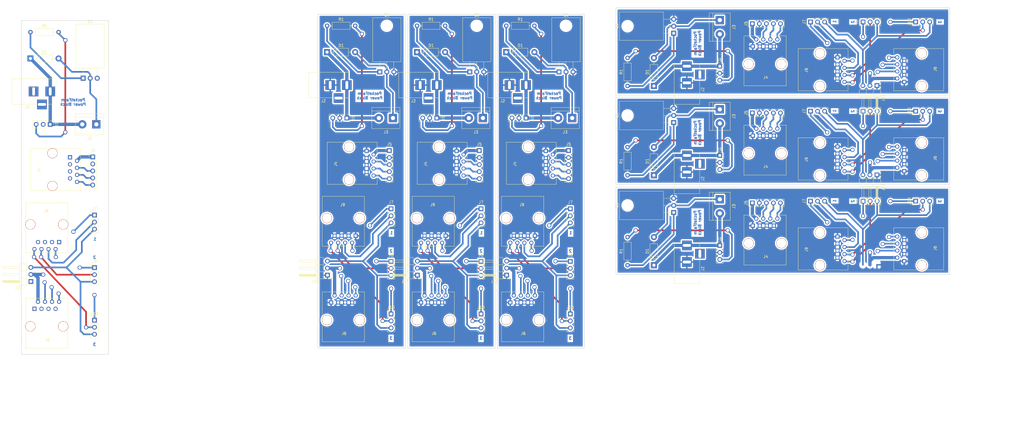
<source format=kicad_pcb>
(kicad_pcb (version 4) (host pcbnew 4.0.7)
  (title_block (title "Modular Sensors"))
  (layers (0 F.Cu signal) (1 In1.Cu signal) (2 In2.Cu signal) (31 B.Cu signal) (34 B.Paste user) (35 F.Paste user) (36 B.SilkS user) (37 F.SilkS user) (38 B.Mask user) (39 F.Mask user) (44 Edge.Cuts user))
  (net 0 "")
  (net 1 VCC)
  (net 2 GND)
  (net 3 /power_block/Digital_Solenoid_Control)
  (net 4 "Net-(J2-Pad3)")
  (net 5 /sensor_splitter/A)
  (net 6 "Net-(Q1-Pad1)")
  (net 7 "Net-(D1-Pad2)")
  (net 8 /arduino_breakout/SEN1)
  (net 9 /arduino_breakout/SEN2)
  (net 10 /arduino_breakout/SEN3)
  (net 11 /sensor_splitter/SEN1_A)
  (net 12 /sensor_splitter/SEN2_A)
  (net 13 /sensor_splitter/SEN3_A)
  (net 14 /sensor_splitter/SEN1_C)
  (net 15 /sensor_splitter/SEN2_C)
  (net 16 /sensor_splitter/SEN3_C)
  (module Resistors_THT:R_Axial_DIN0207_L6.3mm_D2.5mm_P10.16mm_Horizontal (layer F.Cu) (at 136.26275 124.2305 90)
    (fp_text reference R1 (at 5.08 -2.31 90) (layer F.SilkS))
    (fp_text value 1k)
    (pad 1 thru_hole circle (at 0 0 90) (size 1.6 1.6) (drill 0.8) (layers *.Cu *.Mask) (net 6 "Net-(Q1-Pad1)"))
    (pad 2 thru_hole oval (at 10.16 0 90) (size 1.6 1.6) (drill 0.8) (layers *.Cu *.Mask) (net 3 /power_block/Digital_Solenoid_Control))
  )
  (module TO_SOT_Packages_THT:TO-220-3_Horizontal (layer F.Cu) (at 152.9315 105.1805 90)
    (fp_text reference Q1 (at 2.54 -20.58 90) (layer F.SilkS))
    (fp_text value TIP120)
    (pad 0 np_thru_hole oval (at 2.54 -16.66 90) (size 3.5 3.5) (drill 3.5) (layers *.Cu *.Mask))
    (pad 1 thru_hole rect (at 0 0 90) (size 1.8 1.8) (drill 1) (layers *.Cu *.Mask) (net 6 "Net-(Q1-Pad1)"))
    (pad 2 thru_hole oval (at 2.54 0 90) (size 1.8 1.8) (drill 1) (layers *.Cu *.Mask) (net 7 "Net-(D1-Pad2)"))
    (pad 3 thru_hole oval (at 5.08 0 90) (size 1.8 1.8) (drill 1) (layers *.Cu *.Mask) (net 2 GND))
  )
  (module Pin_Headers:Pin_Header_Straight_1x03_Pitch2.54mm (layer F.Cu) (at 240.393 101.088 90)
    (fp_text reference J10 (at 0 -2.33 90) (layer F.SilkS))
    (fp_text value Conn_01x03_Male)
    (pad 1 thru_hole rect (at 0 0 90) (size 1.7 1.7) (drill 1) (layers *.Cu *.Mask) (net 13 /sensor_splitter/SEN3_A))
    (pad 2 thru_hole oval (at 0 2.54 90) (size 1.7 1.7) (drill 1) (layers *.Cu *.Mask) (net 16 /sensor_splitter/SEN3_C))
    (pad 3 thru_hole oval (at 0 5.08 90) (size 1.7 1.7) (drill 1) (layers *.Cu *.Mask) (net 5 /sensor_splitter/A))
  )
  (module Connectors:RJ45_8 (layer F.Cu) (at 212.133 113.888 270)
    (fp_text reference J9 (at 4.7 11.18 270) (layer F.SilkS))
    (fp_text value RJ45_CLOSER)
    (pad Hole np_thru_hole circle (at 10.38 6.35 270) (size 3.65 3.65) (drill 3.25) (layers *.Cu *.SilkS *.Mask))
    (pad Hole np_thru_hole circle (at -1.49 6.35 270) (size 3.65 3.65) (drill 3.25) (layers *.Cu *.SilkS *.Mask))
    (pad 1 thru_hole rect (at 0 0 270) (size 1.5 1.5) (drill 0.9) (layers *.Cu *.Mask) (net 2 GND))
    (pad 2 thru_hole circle (at 1.27 -2.54 270) (size 1.5 1.5) (drill 0.9) (layers *.Cu *.Mask) (net 1 VCC))
    (pad 3 thru_hole circle (at 2.54 0 270) (size 1.5 1.5) (drill 0.9) (layers *.Cu *.Mask) (net 2 GND))
    (pad 4 thru_hole circle (at 3.81 -2.54 270) (size 1.5 1.5) (drill 0.9) (layers *.Cu *.Mask) (net 14 /sensor_splitter/SEN1_C))
    (pad 5 thru_hole circle (at 5.08 0 270) (size 1.5 1.5) (drill 0.9) (layers *.Cu *.Mask) (net 2 GND))
    (pad 6 thru_hole circle (at 6.35 -2.54 270) (size 1.5 1.5) (drill 0.9) (layers *.Cu *.Mask) (net 15 /sensor_splitter/SEN2_C))
    (pad 7 thru_hole circle (at 7.62 0 270) (size 1.5 1.5) (drill 0.9) (layers *.Cu *.Mask) (net 2 GND))
    (pad 8 thru_hole circle (at 8.89 -2.54 270) (size 1.5 1.5) (drill 0.9) (layers *.Cu *.Mask) (net 16 /sensor_splitter/SEN3_C))
  )
  (module Pin_Headers:Pin_Header_Straight_1x03_Pitch2.54mm (layer F.Cu) (at 221.393 101.088 90)
    (fp_text reference J8 (at 0 -2.33 90) (layer F.SilkS))
    (fp_text value Conn_01x03_Male)
    (pad 1 thru_hole rect (at 0 0 90) (size 1.7 1.7) (drill 1) (layers *.Cu *.Mask) (net 12 /sensor_splitter/SEN2_A))
    (pad 2 thru_hole oval (at 0 2.54 90) (size 1.7 1.7) (drill 1) (layers *.Cu *.Mask) (net 15 /sensor_splitter/SEN2_C))
    (pad 3 thru_hole oval (at 0 5.08 90) (size 1.7 1.7) (drill 1) (layers *.Cu *.Mask) (net 5 /sensor_splitter/A))
  )
  (module Pin_Headers:Pin_Header_Straight_1x03_Pitch2.54mm (layer F.Cu) (at 202.393 101.088 90)
    (fp_text reference J7 (at 0 -2.33 90) (layer F.SilkS))
    (fp_text value Conn_01x03_Male)
    (pad 1 thru_hole rect (at 0 0 90) (size 1.7 1.7) (drill 1) (layers *.Cu *.Mask) (net 11 /sensor_splitter/SEN1_A))
    (pad 2 thru_hole oval (at 0 2.54 90) (size 1.7 1.7) (drill 1) (layers *.Cu *.Mask) (net 14 /sensor_splitter/SEN1_C))
    (pad 3 thru_hole oval (at 0 5.08 90) (size 1.7 1.7) (drill 1) (layers *.Cu *.Mask) (net 5 /sensor_splitter/A))
  )
  (module Connectors:RJ45_8 (layer F.Cu) (at 236.263 122.778 90)
    (fp_text reference J6 (at 4.7 11.18 90) (layer F.SilkS))
    (fp_text value RJ45_AWAY)
    (pad Hole np_thru_hole circle (at 10.38 6.35 90) (size 3.65 3.65) (drill 3.25) (layers *.Cu *.SilkS *.Mask))
    (pad Hole np_thru_hole circle (at -1.49 6.35 90) (size 3.65 3.65) (drill 3.25) (layers *.Cu *.SilkS *.Mask))
    (pad 1 thru_hole rect (at 0 0 90) (size 1.5 1.5) (drill 0.9) (layers *.Cu *.Mask) (net 2 GND))
    (pad 2 thru_hole circle (at 1.27 -2.54 90) (size 1.5 1.5) (drill 0.9) (layers *.Cu *.Mask) (net 1 VCC))
    (pad 3 thru_hole circle (at 2.54 0 90) (size 1.5 1.5) (drill 0.9) (layers *.Cu *.Mask) (net 2 GND))
    (pad 4 thru_hole circle (at 3.81 -2.54 90) (size 1.5 1.5) (drill 0.9) (layers *.Cu *.Mask) (net 11 /sensor_splitter/SEN1_A))
    (pad 5 thru_hole circle (at 5.08 0 90) (size 1.5 1.5) (drill 0.9) (layers *.Cu *.Mask) (net 2 GND))
    (pad 6 thru_hole circle (at 6.35 -2.54 90) (size 1.5 1.5) (drill 0.9) (layers *.Cu *.Mask) (net 12 /sensor_splitter/SEN2_A))
    (pad 7 thru_hole circle (at 7.62 0 90) (size 1.5 1.5) (drill 0.9) (layers *.Cu *.Mask) (net 2 GND))
    (pad 8 thru_hole circle (at 8.89 -2.54 90) (size 1.5 1.5) (drill 0.9) (layers *.Cu *.Mask) (net 13 /sensor_splitter/SEN3_A))
  )
  (module Pin_Headers:Pin_Header_Straight_1x05_Pitch2.54mm (layer F.Cu) (at 181.356 101.727 90)
    (fp_text reference J5 (at 0 -2.33 90) (layer F.SilkS))
    (fp_text value Conn_01x05_Male)
    (pad 1 thru_hole rect (at 0 0 90) (size 1.7 1.7) (drill 1) (layers *.Cu *.Mask) (net 1 VCC))
    (pad 2 thru_hole oval (at 0 2.54 90) (size 1.7 1.7) (drill 1) (layers *.Cu *.Mask) (net 2 GND))
    (pad 3 thru_hole oval (at 0 5.08 90) (size 1.7 1.7) (drill 1) (layers *.Cu *.Mask) (net 8 /arduino_breakout/SEN1))
    (pad 4 thru_hole oval (at 0 7.62 90) (size 1.7 1.7) (drill 1) (layers *.Cu *.Mask) (net 9 /arduino_breakout/SEN2))
    (pad 5 thru_hole oval (at 0 10.16 90) (size 1.7 1.7) (drill 1) (layers *.Cu *.Mask) (net 10 /arduino_breakout/SEN3))
  )
  (module Connectors:RJ45_8 (layer F.Cu) (at 181.5065 109.943)
    (fp_text reference J4 (at 4.7 11.18) (layer F.SilkS))
    (fp_text value RJ45_BREAKOUT)
    (pad Hole np_thru_hole circle (at 10.38 6.35) (size 3.65 3.65) (drill 3.25) (layers *.Cu *.SilkS *.Mask))
    (pad Hole np_thru_hole circle (at -1.49 6.35) (size 3.65 3.65) (drill 3.25) (layers *.Cu *.SilkS *.Mask))
    (pad 1 thru_hole rect (at 0 0) (size 1.5 1.5) (drill 0.9) (layers *.Cu *.Mask) (net 2 GND))
    (pad 2 thru_hole circle (at 1.27 -2.54) (size 1.5 1.5) (drill 0.9) (layers *.Cu *.Mask) (net 1 VCC))
    (pad 3 thru_hole circle (at 2.54 0) (size 1.5 1.5) (drill 0.9) (layers *.Cu *.Mask) (net 2 GND))
    (pad 4 thru_hole circle (at 3.81 -2.54) (size 1.5 1.5) (drill 0.9) (layers *.Cu *.Mask) (net 8 /arduino_breakout/SEN1))
    (pad 5 thru_hole circle (at 5.08 0) (size 1.5 1.5) (drill 0.9) (layers *.Cu *.Mask) (net 2 GND))
    (pad 6 thru_hole circle (at 6.35 -2.54) (size 1.5 1.5) (drill 0.9) (layers *.Cu *.Mask) (net 9 /arduino_breakout/SEN2))
    (pad 7 thru_hole circle (at 7.62 0) (size 1.5 1.5) (drill 0.9) (layers *.Cu *.Mask) (net 2 GND))
    (pad 8 thru_hole circle (at 8.89 -2.54) (size 1.5 1.5) (drill 0.9) (layers *.Cu *.Mask) (net 10 /arduino_breakout/SEN3))
  )
  (module Connectors_Terminal_Blocks:TerminalBlock_bornier-2_P5.08mm (layer F.Cu) (at 169.60025 100.418 270)
    (fp_text reference J3 (at 2.54 -5.08 270) (layer F.SilkS))
    (fp_text value Screw_Terminal_01x02)
    (pad 1 thru_hole rect (at 0 0 270) (size 3 3) (drill 1.52) (layers *.Cu *.Mask) (net 7 "Net-(D1-Pad2)"))
    (pad 2 thru_hole circle (at 5.08 0 270) (size 3 3) (drill 1.52) (layers *.Cu *.Mask) (net 1 VCC))
  )
  (module Connectors:BARREL_JACK (layer F.Cu) (at 157.694 117.08675 90)
    (fp_text reference J2 (at -8.45 5.75 270) (layer F.SilkS))
    (fp_text value Jack-DC)
    (pad 1 thru_hole rect (at 0 0 90) (size 3.5 3.5) (drill oval 1 3) (layers *.Cu *.Mask) (net 1 VCC))
    (pad 2 thru_hole rect (at -6 0 90) (size 3.5 3.5) (drill oval 1 3) (layers *.Cu *.Mask) (net 2 GND))
    (pad 3 thru_hole rect (at -3 4.7 90) (size 3.5 3.5) (drill oval 3 1) (layers *.Cu *.Mask) (net 4 "Net-(J2-Pad3)"))
  )
  (module Pin_Headers:Pin_Header_Straight_1x03_Pitch2.54mm (layer F.Cu) (at 169.60025 117.08675)
    (fp_text reference J1 (at 0 -2.33) (layer F.SilkS))
    (fp_text value Conn_01x03_Male)
    (pad 1 thru_hole rect (at 0 0) (size 1.7 1.7) (drill 1) (layers *.Cu *.Mask) (net 1 VCC))
    (pad 2 thru_hole oval (at 0 2.54) (size 1.7 1.7) (drill 1) (layers *.Cu *.Mask) (net 2 GND))
    (pad 3 thru_hole oval (at 0 5.08) (size 1.7 1.7) (drill 1) (layers *.Cu *.Mask) (net 3 /power_block/Digital_Solenoid_Control))
  )
  (module Diodes_THT:D_DO-41_SOD81_P10.16mm_Horizontal (layer F.Cu) (at 145.78775 124.2305 90)
    (fp_text reference D1 (at 5.08 -2.41 90) (layer F.SilkS))
    (fp_text value 1N4001)
    (pad 1 thru_hole rect (at 0 0 90) (size 2.2 2.2) (drill 1.1) (layers *.Cu *.Mask) (net 1 VCC))
    (pad 2 thru_hole oval (at 10.16 0 90) (size 2.2 2.2) (drill 1.1) (layers *.Cu *.Mask) (net 7 "Net-(D1-Pad2)"))
  )
  (module Pin_Headers:Pin_Header_Angled_1x03_Pitch2.54mm (layer F.Cu) (at 226.393 91.576 270)
    (fp_text reference J11 (at 4.385 -2.27 270) (layer F.SilkS))
    (fp_text value Conn_01x03_Male)
    (pad 1 thru_hole rect (at 0 0 270) (size 1.7 1.7) (drill 1) (layers *.Cu *.Mask) (net 2 GND))
    (pad 2 thru_hole oval (at 0 2.54 270) (size 1.7 1.7) (drill 1) (layers *.Cu *.Mask) (net 1 VCC))
    (pad 3 thru_hole oval (at 0 5.08 270) (size 1.7 1.7) (drill 1) (layers *.Cu *.Mask) (net 5 /sensor_splitter/A))
  )
  (module Resistors_THT:R_Axial_DIN0207_L6.3mm_D2.5mm_P10.16mm_Horizontal (layer F.Cu) (at 136.26275 91.7185 90)
    (fp_text reference R1 (at 5.08 -2.31 90) (layer F.SilkS))
    (fp_text value 1k)
    (pad 1 thru_hole circle (at 0 0 90) (size 1.6 1.6) (drill 0.8) (layers *.Cu *.Mask) (net 6 "Net-(Q1-Pad1)"))
    (pad 2 thru_hole oval (at 10.16 0 90) (size 1.6 1.6) (drill 0.8) (layers *.Cu *.Mask) (net 3 /power_block/Digital_Solenoid_Control))
  )
  (module TO_SOT_Packages_THT:TO-220-3_Horizontal (layer F.Cu) (at 152.9315 72.6685 90)
    (fp_text reference Q1 (at 2.54 -20.58 90) (layer F.SilkS))
    (fp_text value TIP120)
    (pad 0 np_thru_hole oval (at 2.54 -16.66 90) (size 3.5 3.5) (drill 3.5) (layers *.Cu *.Mask))
    (pad 1 thru_hole rect (at 0 0 90) (size 1.8 1.8) (drill 1) (layers *.Cu *.Mask) (net 6 "Net-(Q1-Pad1)"))
    (pad 2 thru_hole oval (at 2.54 0 90) (size 1.8 1.8) (drill 1) (layers *.Cu *.Mask) (net 7 "Net-(D1-Pad2)"))
    (pad 3 thru_hole oval (at 5.08 0 90) (size 1.8 1.8) (drill 1) (layers *.Cu *.Mask) (net 2 GND))
  )
  (module Pin_Headers:Pin_Header_Straight_1x03_Pitch2.54mm (layer F.Cu) (at 240.393 68.576 90)
    (fp_text reference J10 (at 0 -2.33 90) (layer F.SilkS))
    (fp_text value Conn_01x03_Male)
    (pad 1 thru_hole rect (at 0 0 90) (size 1.7 1.7) (drill 1) (layers *.Cu *.Mask) (net 13 /sensor_splitter/SEN3_A))
    (pad 2 thru_hole oval (at 0 2.54 90) (size 1.7 1.7) (drill 1) (layers *.Cu *.Mask) (net 16 /sensor_splitter/SEN3_C))
    (pad 3 thru_hole oval (at 0 5.08 90) (size 1.7 1.7) (drill 1) (layers *.Cu *.Mask) (net 5 /sensor_splitter/A))
  )
  (module Connectors:RJ45_8 (layer F.Cu) (at 212.133 81.376 270)
    (fp_text reference J9 (at 4.7 11.18 270) (layer F.SilkS))
    (fp_text value RJ45_CLOSER)
    (pad Hole np_thru_hole circle (at 10.38 6.35 270) (size 3.65 3.65) (drill 3.25) (layers *.Cu *.SilkS *.Mask))
    (pad Hole np_thru_hole circle (at -1.49 6.35 270) (size 3.65 3.65) (drill 3.25) (layers *.Cu *.SilkS *.Mask))
    (pad 1 thru_hole rect (at 0 0 270) (size 1.5 1.5) (drill 0.9) (layers *.Cu *.Mask) (net 2 GND))
    (pad 2 thru_hole circle (at 1.27 -2.54 270) (size 1.5 1.5) (drill 0.9) (layers *.Cu *.Mask) (net 1 VCC))
    (pad 3 thru_hole circle (at 2.54 0 270) (size 1.5 1.5) (drill 0.9) (layers *.Cu *.Mask) (net 2 GND))
    (pad 4 thru_hole circle (at 3.81 -2.54 270) (size 1.5 1.5) (drill 0.9) (layers *.Cu *.Mask) (net 14 /sensor_splitter/SEN1_C))
    (pad 5 thru_hole circle (at 5.08 0 270) (size 1.5 1.5) (drill 0.9) (layers *.Cu *.Mask) (net 2 GND))
    (pad 6 thru_hole circle (at 6.35 -2.54 270) (size 1.5 1.5) (drill 0.9) (layers *.Cu *.Mask) (net 15 /sensor_splitter/SEN2_C))
    (pad 7 thru_hole circle (at 7.62 0 270) (size 1.5 1.5) (drill 0.9) (layers *.Cu *.Mask) (net 2 GND))
    (pad 8 thru_hole circle (at 8.89 -2.54 270) (size 1.5 1.5) (drill 0.9) (layers *.Cu *.Mask) (net 16 /sensor_splitter/SEN3_C))
  )
  (module Pin_Headers:Pin_Header_Straight_1x03_Pitch2.54mm (layer F.Cu) (at 221.393 68.576 90)
    (fp_text reference J8 (at 0 -2.33 90) (layer F.SilkS))
    (fp_text value Conn_01x03_Male)
    (pad 1 thru_hole rect (at 0 0 90) (size 1.7 1.7) (drill 1) (layers *.Cu *.Mask) (net 12 /sensor_splitter/SEN2_A))
    (pad 2 thru_hole oval (at 0 2.54 90) (size 1.7 1.7) (drill 1) (layers *.Cu *.Mask) (net 15 /sensor_splitter/SEN2_C))
    (pad 3 thru_hole oval (at 0 5.08 90) (size 1.7 1.7) (drill 1) (layers *.Cu *.Mask) (net 5 /sensor_splitter/A))
  )
  (module Pin_Headers:Pin_Header_Straight_1x03_Pitch2.54mm (layer F.Cu) (at 202.393 68.576 90)
    (fp_text reference J7 (at 0 -2.33 90) (layer F.SilkS))
    (fp_text value Conn_01x03_Male)
    (pad 1 thru_hole rect (at 0 0 90) (size 1.7 1.7) (drill 1) (layers *.Cu *.Mask) (net 11 /sensor_splitter/SEN1_A))
    (pad 2 thru_hole oval (at 0 2.54 90) (size 1.7 1.7) (drill 1) (layers *.Cu *.Mask) (net 14 /sensor_splitter/SEN1_C))
    (pad 3 thru_hole oval (at 0 5.08 90) (size 1.7 1.7) (drill 1) (layers *.Cu *.Mask) (net 5 /sensor_splitter/A))
  )
  (module Connectors:RJ45_8 (layer F.Cu) (at 236.263 90.266 90)
    (fp_text reference J6 (at 4.7 11.18 90) (layer F.SilkS))
    (fp_text value RJ45_AWAY)
    (pad Hole np_thru_hole circle (at 10.38 6.35 90) (size 3.65 3.65) (drill 3.25) (layers *.Cu *.SilkS *.Mask))
    (pad Hole np_thru_hole circle (at -1.49 6.35 90) (size 3.65 3.65) (drill 3.25) (layers *.Cu *.SilkS *.Mask))
    (pad 1 thru_hole rect (at 0 0 90) (size 1.5 1.5) (drill 0.9) (layers *.Cu *.Mask) (net 2 GND))
    (pad 2 thru_hole circle (at 1.27 -2.54 90) (size 1.5 1.5) (drill 0.9) (layers *.Cu *.Mask) (net 1 VCC))
    (pad 3 thru_hole circle (at 2.54 0 90) (size 1.5 1.5) (drill 0.9) (layers *.Cu *.Mask) (net 2 GND))
    (pad 4 thru_hole circle (at 3.81 -2.54 90) (size 1.5 1.5) (drill 0.9) (layers *.Cu *.Mask) (net 11 /sensor_splitter/SEN1_A))
    (pad 5 thru_hole circle (at 5.08 0 90) (size 1.5 1.5) (drill 0.9) (layers *.Cu *.Mask) (net 2 GND))
    (pad 6 thru_hole circle (at 6.35 -2.54 90) (size 1.5 1.5) (drill 0.9) (layers *.Cu *.Mask) (net 12 /sensor_splitter/SEN2_A))
    (pad 7 thru_hole circle (at 7.62 0 90) (size 1.5 1.5) (drill 0.9) (layers *.Cu *.Mask) (net 2 GND))
    (pad 8 thru_hole circle (at 8.89 -2.54 90) (size 1.5 1.5) (drill 0.9) (layers *.Cu *.Mask) (net 13 /sensor_splitter/SEN3_A))
  )
  (module Pin_Headers:Pin_Header_Straight_1x05_Pitch2.54mm (layer F.Cu) (at 181.356 69.215 90)
    (fp_text reference J5 (at 0 -2.33 90) (layer F.SilkS))
    (fp_text value Conn_01x05_Male)
    (pad 1 thru_hole rect (at 0 0 90) (size 1.7 1.7) (drill 1) (layers *.Cu *.Mask) (net 1 VCC))
    (pad 2 thru_hole oval (at 0 2.54 90) (size 1.7 1.7) (drill 1) (layers *.Cu *.Mask) (net 2 GND))
    (pad 3 thru_hole oval (at 0 5.08 90) (size 1.7 1.7) (drill 1) (layers *.Cu *.Mask) (net 8 /arduino_breakout/SEN1))
    (pad 4 thru_hole oval (at 0 7.62 90) (size 1.7 1.7) (drill 1) (layers *.Cu *.Mask) (net 9 /arduino_breakout/SEN2))
    (pad 5 thru_hole oval (at 0 10.16 90) (size 1.7 1.7) (drill 1) (layers *.Cu *.Mask) (net 10 /arduino_breakout/SEN3))
  )
  (module Connectors:RJ45_8 (layer F.Cu) (at 181.5065 77.431)
    (fp_text reference J4 (at 4.7 11.18) (layer F.SilkS))
    (fp_text value RJ45_BREAKOUT)
    (pad Hole np_thru_hole circle (at 10.38 6.35) (size 3.65 3.65) (drill 3.25) (layers *.Cu *.SilkS *.Mask))
    (pad Hole np_thru_hole circle (at -1.49 6.35) (size 3.65 3.65) (drill 3.25) (layers *.Cu *.SilkS *.Mask))
    (pad 1 thru_hole rect (at 0 0) (size 1.5 1.5) (drill 0.9) (layers *.Cu *.Mask) (net 2 GND))
    (pad 2 thru_hole circle (at 1.27 -2.54) (size 1.5 1.5) (drill 0.9) (layers *.Cu *.Mask) (net 1 VCC))
    (pad 3 thru_hole circle (at 2.54 0) (size 1.5 1.5) (drill 0.9) (layers *.Cu *.Mask) (net 2 GND))
    (pad 4 thru_hole circle (at 3.81 -2.54) (size 1.5 1.5) (drill 0.9) (layers *.Cu *.Mask) (net 8 /arduino_breakout/SEN1))
    (pad 5 thru_hole circle (at 5.08 0) (size 1.5 1.5) (drill 0.9) (layers *.Cu *.Mask) (net 2 GND))
    (pad 6 thru_hole circle (at 6.35 -2.54) (size 1.5 1.5) (drill 0.9) (layers *.Cu *.Mask) (net 9 /arduino_breakout/SEN2))
    (pad 7 thru_hole circle (at 7.62 0) (size 1.5 1.5) (drill 0.9) (layers *.Cu *.Mask) (net 2 GND))
    (pad 8 thru_hole circle (at 8.89 -2.54) (size 1.5 1.5) (drill 0.9) (layers *.Cu *.Mask) (net 10 /arduino_breakout/SEN3))
  )
  (module Connectors_Terminal_Blocks:TerminalBlock_bornier-2_P5.08mm (layer F.Cu) (at 169.60025 67.906 270)
    (fp_text reference J3 (at 2.54 -5.08 270) (layer F.SilkS))
    (fp_text value Screw_Terminal_01x02)
    (pad 1 thru_hole rect (at 0 0 270) (size 3 3) (drill 1.52) (layers *.Cu *.Mask) (net 7 "Net-(D1-Pad2)"))
    (pad 2 thru_hole circle (at 5.08 0 270) (size 3 3) (drill 1.52) (layers *.Cu *.Mask) (net 1 VCC))
  )
  (module Connectors:BARREL_JACK (layer F.Cu) (at 157.694 84.57475 90)
    (fp_text reference J2 (at -8.45 5.75 270) (layer F.SilkS))
    (fp_text value Jack-DC)
    (pad 1 thru_hole rect (at 0 0 90) (size 3.5 3.5) (drill oval 1 3) (layers *.Cu *.Mask) (net 1 VCC))
    (pad 2 thru_hole rect (at -6 0 90) (size 3.5 3.5) (drill oval 1 3) (layers *.Cu *.Mask) (net 2 GND))
    (pad 3 thru_hole rect (at -3 4.7 90) (size 3.5 3.5) (drill oval 3 1) (layers *.Cu *.Mask) (net 4 "Net-(J2-Pad3)"))
  )
  (module Pin_Headers:Pin_Header_Straight_1x03_Pitch2.54mm (layer F.Cu) (at 169.60025 84.57475)
    (fp_text reference J1 (at 0 -2.33) (layer F.SilkS))
    (fp_text value Conn_01x03_Male)
    (pad 1 thru_hole rect (at 0 0) (size 1.7 1.7) (drill 1) (layers *.Cu *.Mask) (net 1 VCC))
    (pad 2 thru_hole oval (at 0 2.54) (size 1.7 1.7) (drill 1) (layers *.Cu *.Mask) (net 2 GND))
    (pad 3 thru_hole oval (at 0 5.08) (size 1.7 1.7) (drill 1) (layers *.Cu *.Mask) (net 3 /power_block/Digital_Solenoid_Control))
  )
  (module Diodes_THT:D_DO-41_SOD81_P10.16mm_Horizontal (layer F.Cu) (at 145.78775 91.7185 90)
    (fp_text reference D1 (at 5.08 -2.41 90) (layer F.SilkS))
    (fp_text value 1N4001)
    (pad 1 thru_hole rect (at 0 0 90) (size 2.2 2.2) (drill 1.1) (layers *.Cu *.Mask) (net 1 VCC))
    (pad 2 thru_hole oval (at 10.16 0 90) (size 2.2 2.2) (drill 1.1) (layers *.Cu *.Mask) (net 7 "Net-(D1-Pad2)"))
  )
  (module Pin_Headers:Pin_Header_Angled_1x03_Pitch2.54mm (layer F.Cu) (at 226.393 59.318 270)
    (fp_text reference J11 (at 4.385 -2.27 270) (layer F.SilkS))
    (fp_text value Conn_01x03_Male)
    (pad 1 thru_hole rect (at 0 0 270) (size 1.7 1.7) (drill 1) (layers *.Cu *.Mask) (net 2 GND))
    (pad 2 thru_hole oval (at 0 2.54 270) (size 1.7 1.7) (drill 1) (layers *.Cu *.Mask) (net 1 VCC))
    (pad 3 thru_hole oval (at 0 5.08 270) (size 1.7 1.7) (drill 1) (layers *.Cu *.Mask) (net 5 /sensor_splitter/A))
  )
  (module Resistors_THT:R_Axial_DIN0207_L6.3mm_D2.5mm_P10.16mm_Horizontal (layer F.Cu) (at 136.26275 59.4605 90)
    (fp_text reference R1 (at 5.08 -2.31 90) (layer F.SilkS))
    (fp_text value 1k)
    (pad 1 thru_hole circle (at 0 0 90) (size 1.6 1.6) (drill 0.8) (layers *.Cu *.Mask) (net 6 "Net-(Q1-Pad1)"))
    (pad 2 thru_hole oval (at 10.16 0 90) (size 1.6 1.6) (drill 0.8) (layers *.Cu *.Mask) (net 3 /power_block/Digital_Solenoid_Control))
  )
  (module TO_SOT_Packages_THT:TO-220-3_Horizontal (layer F.Cu) (at 152.9315 40.4105 90)
    (fp_text reference Q1 (at 2.54 -20.58 90) (layer F.SilkS))
    (fp_text value TIP120)
    (pad 0 np_thru_hole oval (at 2.54 -16.66 90) (size 3.5 3.5) (drill 3.5) (layers *.Cu *.Mask))
    (pad 1 thru_hole rect (at 0 0 90) (size 1.8 1.8) (drill 1) (layers *.Cu *.Mask) (net 6 "Net-(Q1-Pad1)"))
    (pad 2 thru_hole oval (at 2.54 0 90) (size 1.8 1.8) (drill 1) (layers *.Cu *.Mask) (net 7 "Net-(D1-Pad2)"))
    (pad 3 thru_hole oval (at 5.08 0 90) (size 1.8 1.8) (drill 1) (layers *.Cu *.Mask) (net 2 GND))
  )
  (module Pin_Headers:Pin_Header_Straight_1x03_Pitch2.54mm (layer F.Cu) (at 240.393 36.318 90)
    (fp_text reference J10 (at 0 -2.33 90) (layer F.SilkS))
    (fp_text value Conn_01x03_Male)
    (pad 1 thru_hole rect (at 0 0 90) (size 1.7 1.7) (drill 1) (layers *.Cu *.Mask) (net 13 /sensor_splitter/SEN3_A))
    (pad 2 thru_hole oval (at 0 2.54 90) (size 1.7 1.7) (drill 1) (layers *.Cu *.Mask) (net 16 /sensor_splitter/SEN3_C))
    (pad 3 thru_hole oval (at 0 5.08 90) (size 1.7 1.7) (drill 1) (layers *.Cu *.Mask) (net 5 /sensor_splitter/A))
  )
  (module Connectors:RJ45_8 (layer F.Cu) (at 212.133 49.118 270)
    (fp_text reference J9 (at 4.7 11.18 270) (layer F.SilkS))
    (fp_text value RJ45_CLOSER)
    (pad Hole np_thru_hole circle (at 10.38 6.35 270) (size 3.65 3.65) (drill 3.25) (layers *.Cu *.SilkS *.Mask))
    (pad Hole np_thru_hole circle (at -1.49 6.35 270) (size 3.65 3.65) (drill 3.25) (layers *.Cu *.SilkS *.Mask))
    (pad 1 thru_hole rect (at 0 0 270) (size 1.5 1.5) (drill 0.9) (layers *.Cu *.Mask) (net 2 GND))
    (pad 2 thru_hole circle (at 1.27 -2.54 270) (size 1.5 1.5) (drill 0.9) (layers *.Cu *.Mask) (net 1 VCC))
    (pad 3 thru_hole circle (at 2.54 0 270) (size 1.5 1.5) (drill 0.9) (layers *.Cu *.Mask) (net 2 GND))
    (pad 4 thru_hole circle (at 3.81 -2.54 270) (size 1.5 1.5) (drill 0.9) (layers *.Cu *.Mask) (net 14 /sensor_splitter/SEN1_C))
    (pad 5 thru_hole circle (at 5.08 0 270) (size 1.5 1.5) (drill 0.9) (layers *.Cu *.Mask) (net 2 GND))
    (pad 6 thru_hole circle (at 6.35 -2.54 270) (size 1.5 1.5) (drill 0.9) (layers *.Cu *.Mask) (net 15 /sensor_splitter/SEN2_C))
    (pad 7 thru_hole circle (at 7.62 0 270) (size 1.5 1.5) (drill 0.9) (layers *.Cu *.Mask) (net 2 GND))
    (pad 8 thru_hole circle (at 8.89 -2.54 270) (size 1.5 1.5) (drill 0.9) (layers *.Cu *.Mask) (net 16 /sensor_splitter/SEN3_C))
  )
  (module Pin_Headers:Pin_Header_Straight_1x03_Pitch2.54mm (layer F.Cu) (at 221.393 36.318 90)
    (fp_text reference J8 (at 0 -2.33 90) (layer F.SilkS))
    (fp_text value Conn_01x03_Male)
    (pad 1 thru_hole rect (at 0 0 90) (size 1.7 1.7) (drill 1) (layers *.Cu *.Mask) (net 12 /sensor_splitter/SEN2_A))
    (pad 2 thru_hole oval (at 0 2.54 90) (size 1.7 1.7) (drill 1) (layers *.Cu *.Mask) (net 15 /sensor_splitter/SEN2_C))
    (pad 3 thru_hole oval (at 0 5.08 90) (size 1.7 1.7) (drill 1) (layers *.Cu *.Mask) (net 5 /sensor_splitter/A))
  )
  (module Pin_Headers:Pin_Header_Straight_1x03_Pitch2.54mm (layer F.Cu) (at 202.393 36.318 90)
    (fp_text reference J7 (at 0 -2.33 90) (layer F.SilkS))
    (fp_text value Conn_01x03_Male)
    (pad 1 thru_hole rect (at 0 0 90) (size 1.7 1.7) (drill 1) (layers *.Cu *.Mask) (net 11 /sensor_splitter/SEN1_A))
    (pad 2 thru_hole oval (at 0 2.54 90) (size 1.7 1.7) (drill 1) (layers *.Cu *.Mask) (net 14 /sensor_splitter/SEN1_C))
    (pad 3 thru_hole oval (at 0 5.08 90) (size 1.7 1.7) (drill 1) (layers *.Cu *.Mask) (net 5 /sensor_splitter/A))
  )
  (module Connectors:RJ45_8 (layer F.Cu) (at 236.263 58.008 90)
    (fp_text reference J6 (at 4.7 11.18 90) (layer F.SilkS))
    (fp_text value RJ45_AWAY)
    (pad Hole np_thru_hole circle (at 10.38 6.35 90) (size 3.65 3.65) (drill 3.25) (layers *.Cu *.SilkS *.Mask))
    (pad Hole np_thru_hole circle (at -1.49 6.35 90) (size 3.65 3.65) (drill 3.25) (layers *.Cu *.SilkS *.Mask))
    (pad 1 thru_hole rect (at 0 0 90) (size 1.5 1.5) (drill 0.9) (layers *.Cu *.Mask) (net 2 GND))
    (pad 2 thru_hole circle (at 1.27 -2.54 90) (size 1.5 1.5) (drill 0.9) (layers *.Cu *.Mask) (net 1 VCC))
    (pad 3 thru_hole circle (at 2.54 0 90) (size 1.5 1.5) (drill 0.9) (layers *.Cu *.Mask) (net 2 GND))
    (pad 4 thru_hole circle (at 3.81 -2.54 90) (size 1.5 1.5) (drill 0.9) (layers *.Cu *.Mask) (net 11 /sensor_splitter/SEN1_A))
    (pad 5 thru_hole circle (at 5.08 0 90) (size 1.5 1.5) (drill 0.9) (layers *.Cu *.Mask) (net 2 GND))
    (pad 6 thru_hole circle (at 6.35 -2.54 90) (size 1.5 1.5) (drill 0.9) (layers *.Cu *.Mask) (net 12 /sensor_splitter/SEN2_A))
    (pad 7 thru_hole circle (at 7.62 0 90) (size 1.5 1.5) (drill 0.9) (layers *.Cu *.Mask) (net 2 GND))
    (pad 8 thru_hole circle (at 8.89 -2.54 90) (size 1.5 1.5) (drill 0.9) (layers *.Cu *.Mask) (net 13 /sensor_splitter/SEN3_A))
  )
  (module Pin_Headers:Pin_Header_Straight_1x05_Pitch2.54mm (layer F.Cu) (at 181.356 36.957 90)
    (fp_text reference J5 (at 0 -2.33 90) (layer F.SilkS))
    (fp_text value Conn_01x05_Male)
    (pad 1 thru_hole rect (at 0 0 90) (size 1.7 1.7) (drill 1) (layers *.Cu *.Mask) (net 1 VCC))
    (pad 2 thru_hole oval (at 0 2.54 90) (size 1.7 1.7) (drill 1) (layers *.Cu *.Mask) (net 2 GND))
    (pad 3 thru_hole oval (at 0 5.08 90) (size 1.7 1.7) (drill 1) (layers *.Cu *.Mask) (net 8 /arduino_breakout/SEN1))
    (pad 4 thru_hole oval (at 0 7.62 90) (size 1.7 1.7) (drill 1) (layers *.Cu *.Mask) (net 9 /arduino_breakout/SEN2))
    (pad 5 thru_hole oval (at 0 10.16 90) (size 1.7 1.7) (drill 1) (layers *.Cu *.Mask) (net 10 /arduino_breakout/SEN3))
  )
  (module Connectors:RJ45_8 (layer F.Cu) (at 181.5065 45.173)
    (fp_text reference J4 (at 4.7 11.18) (layer F.SilkS))
    (fp_text value RJ45_BREAKOUT)
    (pad Hole np_thru_hole circle (at 10.38 6.35) (size 3.65 3.65) (drill 3.25) (layers *.Cu *.SilkS *.Mask))
    (pad Hole np_thru_hole circle (at -1.49 6.35) (size 3.65 3.65) (drill 3.25) (layers *.Cu *.SilkS *.Mask))
    (pad 1 thru_hole rect (at 0 0) (size 1.5 1.5) (drill 0.9) (layers *.Cu *.Mask) (net 2 GND))
    (pad 2 thru_hole circle (at 1.27 -2.54) (size 1.5 1.5) (drill 0.9) (layers *.Cu *.Mask) (net 1 VCC))
    (pad 3 thru_hole circle (at 2.54 0) (size 1.5 1.5) (drill 0.9) (layers *.Cu *.Mask) (net 2 GND))
    (pad 4 thru_hole circle (at 3.81 -2.54) (size 1.5 1.5) (drill 0.9) (layers *.Cu *.Mask) (net 8 /arduino_breakout/SEN1))
    (pad 5 thru_hole circle (at 5.08 0) (size 1.5 1.5) (drill 0.9) (layers *.Cu *.Mask) (net 2 GND))
    (pad 6 thru_hole circle (at 6.35 -2.54) (size 1.5 1.5) (drill 0.9) (layers *.Cu *.Mask) (net 9 /arduino_breakout/SEN2))
    (pad 7 thru_hole circle (at 7.62 0) (size 1.5 1.5) (drill 0.9) (layers *.Cu *.Mask) (net 2 GND))
    (pad 8 thru_hole circle (at 8.89 -2.54) (size 1.5 1.5) (drill 0.9) (layers *.Cu *.Mask) (net 10 /arduino_breakout/SEN3))
  )
  (module Connectors_Terminal_Blocks:TerminalBlock_bornier-2_P5.08mm (layer F.Cu) (at 169.60025 35.648 270)
    (fp_text reference J3 (at 2.54 -5.08 270) (layer F.SilkS))
    (fp_text value Screw_Terminal_01x02)
    (pad 1 thru_hole rect (at 0 0 270) (size 3 3) (drill 1.52) (layers *.Cu *.Mask) (net 7 "Net-(D1-Pad2)"))
    (pad 2 thru_hole circle (at 5.08 0 270) (size 3 3) (drill 1.52) (layers *.Cu *.Mask) (net 1 VCC))
  )
  (module Connectors:BARREL_JACK (layer F.Cu) (at 157.694 52.31675 90)
    (fp_text reference J2 (at -8.45 5.75 270) (layer F.SilkS))
    (fp_text value Jack-DC)
    (pad 1 thru_hole rect (at 0 0 90) (size 3.5 3.5) (drill oval 1 3) (layers *.Cu *.Mask) (net 1 VCC))
    (pad 2 thru_hole rect (at -6 0 90) (size 3.5 3.5) (drill oval 1 3) (layers *.Cu *.Mask) (net 2 GND))
    (pad 3 thru_hole rect (at -3 4.7 90) (size 3.5 3.5) (drill oval 3 1) (layers *.Cu *.Mask) (net 4 "Net-(J2-Pad3)"))
  )
  (module Pin_Headers:Pin_Header_Straight_1x03_Pitch2.54mm (layer F.Cu) (at 169.60025 52.31675)
    (fp_text reference J1 (at 0 -2.33) (layer F.SilkS))
    (fp_text value Conn_01x03_Male)
    (pad 1 thru_hole rect (at 0 0) (size 1.7 1.7) (drill 1) (layers *.Cu *.Mask) (net 1 VCC))
    (pad 2 thru_hole oval (at 0 2.54) (size 1.7 1.7) (drill 1) (layers *.Cu *.Mask) (net 2 GND))
    (pad 3 thru_hole oval (at 0 5.08) (size 1.7 1.7) (drill 1) (layers *.Cu *.Mask) (net 3 /power_block/Digital_Solenoid_Control))
  )
  (module Diodes_THT:D_DO-41_SOD81_P10.16mm_Horizontal (layer F.Cu) (at 145.78775 59.4605 90)
    (fp_text reference D1 (at 5.08 -2.41 90) (layer F.SilkS))
    (fp_text value 1N4001)
    (pad 1 thru_hole rect (at 0 0 90) (size 2.2 2.2) (drill 1.1) (layers *.Cu *.Mask) (net 1 VCC))
    (pad 2 thru_hole oval (at 10.16 0 90) (size 2.2 2.2) (drill 1.1) (layers *.Cu *.Mask) (net 7 "Net-(D1-Pad2)"))
  )
  (module Diodes_THT:D_DO-41_SOD81_P10.16mm_Horizontal (layer F.Cu) (at 92.4315 47.23575)
    (fp_text reference D1 (at 5.08 -2.41) (layer F.SilkS))
    (fp_text value 1N4001)
    (pad 1 thru_hole rect (at 0 0) (size 2.2 2.2) (drill 1.1) (layers *.Cu *.Mask) (net 1 VCC))
    (pad 2 thru_hole oval (at 10.16 0) (size 2.2 2.2) (drill 1.1) (layers *.Cu *.Mask) (net 7 "Net-(D1-Pad2)"))
  )
  (module Pin_Headers:Pin_Header_Straight_1x03_Pitch2.54mm (layer F.Cu) (at 99.57525 71.04825 270)
    (fp_text reference J1 (at 0 -2.33 270) (layer F.SilkS))
    (fp_text value Conn_01x03_Male)
    (pad 1 thru_hole rect (at 0 0 270) (size 1.7 1.7) (drill 1) (layers *.Cu *.Mask) (net 1 VCC))
    (pad 2 thru_hole oval (at 0 2.54 270) (size 1.7 1.7) (drill 1) (layers *.Cu *.Mask) (net 2 GND))
    (pad 3 thru_hole oval (at 0 5.08 270) (size 1.7 1.7) (drill 1) (layers *.Cu *.Mask) (net 3 /power_block/Digital_Solenoid_Control))
  )
  (module Connectors:BARREL_JACK (layer F.Cu) (at 99.57525 59.142)
    (fp_text reference J2 (at -8.45 5.75 180) (layer F.SilkS))
    (fp_text value Jack-DC)
    (pad 1 thru_hole rect (at 0 0) (size 3.5 3.5) (drill oval 1 3) (layers *.Cu *.Mask) (net 1 VCC))
    (pad 2 thru_hole rect (at -6 0) (size 3.5 3.5) (drill oval 1 3) (layers *.Cu *.Mask) (net 2 GND))
    (pad 3 thru_hole rect (at -3 4.7) (size 3.5 3.5) (drill oval 3 1) (layers *.Cu *.Mask) (net 4 "Net-(J2-Pad3)"))
  )
  (module Connectors_Terminal_Blocks:TerminalBlock_bornier-2_P5.08mm (layer F.Cu) (at 116.244 71.04825 180)
    (fp_text reference J3 (at 2.54 -5.08 180) (layer F.SilkS))
    (fp_text value Screw_Terminal_01x02)
    (pad 1 thru_hole rect (at 0 0 180) (size 3 3) (drill 1.52) (layers *.Cu *.Mask) (net 7 "Net-(D1-Pad2)"))
    (pad 2 thru_hole circle (at 5.08 0 180) (size 3 3) (drill 1.52) (layers *.Cu *.Mask) (net 1 VCC))
  )
  (module Connectors:RJ45_8 (layer F.Cu) (at 106.719 82.9545 270)
    (fp_text reference J4 (at 4.7 11.18 270) (layer F.SilkS))
    (fp_text value RJ45_BREAKOUT)
    (pad Hole np_thru_hole circle (at 10.38 6.35 270) (size 3.65 3.65) (drill 3.25) (layers *.Cu *.SilkS *.Mask))
    (pad Hole np_thru_hole circle (at -1.49 6.35 270) (size 3.65 3.65) (drill 3.25) (layers *.Cu *.SilkS *.Mask))
    (pad 1 thru_hole rect (at 0 0 270) (size 1.5 1.5) (drill 0.9) (layers *.Cu *.Mask) (net 2 GND))
    (pad 2 thru_hole circle (at 1.27 -2.54 270) (size 1.5 1.5) (drill 0.9) (layers *.Cu *.Mask) (net 1 VCC))
    (pad 3 thru_hole circle (at 2.54 0 270) (size 1.5 1.5) (drill 0.9) (layers *.Cu *.Mask) (net 2 GND))
    (pad 4 thru_hole circle (at 3.81 -2.54 270) (size 1.5 1.5) (drill 0.9) (layers *.Cu *.Mask) (net 8 /arduino_breakout/SEN1))
    (pad 5 thru_hole circle (at 5.08 0 270) (size 1.5 1.5) (drill 0.9) (layers *.Cu *.Mask) (net 2 GND))
    (pad 6 thru_hole circle (at 6.35 -2.54 270) (size 1.5 1.5) (drill 0.9) (layers *.Cu *.Mask) (net 9 /arduino_breakout/SEN2))
    (pad 7 thru_hole circle (at 7.62 0 270) (size 1.5 1.5) (drill 0.9) (layers *.Cu *.Mask) (net 2 GND))
    (pad 8 thru_hole circle (at 8.89 -2.54 270) (size 1.5 1.5) (drill 0.9) (layers *.Cu *.Mask) (net 10 /arduino_breakout/SEN3))
  )
  (module Pin_Headers:Pin_Header_Straight_1x05_Pitch2.54mm (layer F.Cu) (at 114.935 82.804)
    (fp_text reference J5 (at 0 -2.33) (layer F.SilkS))
    (fp_text value Conn_01x05_Male)
    (pad 1 thru_hole rect (at 0 0) (size 1.7 1.7) (drill 1) (layers *.Cu *.Mask) (net 1 VCC))
    (pad 2 thru_hole oval (at 0 2.54) (size 1.7 1.7) (drill 1) (layers *.Cu *.Mask) (net 2 GND))
    (pad 3 thru_hole oval (at 0 5.08) (size 1.7 1.7) (drill 1) (layers *.Cu *.Mask) (net 8 /arduino_breakout/SEN1))
    (pad 4 thru_hole oval (at 0 7.62) (size 1.7 1.7) (drill 1) (layers *.Cu *.Mask) (net 9 /arduino_breakout/SEN2))
    (pad 5 thru_hole oval (at 0 10.16) (size 1.7 1.7) (drill 1) (layers *.Cu *.Mask) (net 10 /arduino_breakout/SEN3))
  )
  (module Connectors:RJ45_8 (layer F.Cu) (at 93.884 137.711)
    (fp_text reference J6 (at 4.7 11.18) (layer F.SilkS))
    (fp_text value RJ45_AWAY)
    (pad Hole np_thru_hole circle (at 10.38 6.35) (size 3.65 3.65) (drill 3.25) (layers *.Cu *.SilkS *.Mask))
    (pad Hole np_thru_hole circle (at -1.49 6.35) (size 3.65 3.65) (drill 3.25) (layers *.Cu *.SilkS *.Mask))
    (pad 1 thru_hole rect (at 0 0) (size 1.5 1.5) (drill 0.9) (layers *.Cu *.Mask) (net 2 GND))
    (pad 2 thru_hole circle (at 1.27 -2.54) (size 1.5 1.5) (drill 0.9) (layers *.Cu *.Mask) (net 1 VCC))
    (pad 3 thru_hole circle (at 2.54 0) (size 1.5 1.5) (drill 0.9) (layers *.Cu *.Mask) (net 2 GND))
    (pad 4 thru_hole circle (at 3.81 -2.54) (size 1.5 1.5) (drill 0.9) (layers *.Cu *.Mask) (net 11 /sensor_splitter/SEN1_A))
    (pad 5 thru_hole circle (at 5.08 0) (size 1.5 1.5) (drill 0.9) (layers *.Cu *.Mask) (net 2 GND))
    (pad 6 thru_hole circle (at 6.35 -2.54) (size 1.5 1.5) (drill 0.9) (layers *.Cu *.Mask) (net 12 /sensor_splitter/SEN2_A))
    (pad 7 thru_hole circle (at 7.62 0) (size 1.5 1.5) (drill 0.9) (layers *.Cu *.Mask) (net 2 GND))
    (pad 8 thru_hole circle (at 8.89 -2.54) (size 1.5 1.5) (drill 0.9) (layers *.Cu *.Mask) (net 13 /sensor_splitter/SEN3_A))
  )
  (module Pin_Headers:Pin_Header_Straight_1x03_Pitch2.54mm (layer F.Cu) (at 115.574 103.841)
    (fp_text reference J7 (at 0 -2.33) (layer F.SilkS))
    (fp_text value Conn_01x03_Male)
    (pad 1 thru_hole rect (at 0 0) (size 1.7 1.7) (drill 1) (layers *.Cu *.Mask) (net 11 /sensor_splitter/SEN1_A))
    (pad 2 thru_hole oval (at 0 2.54) (size 1.7 1.7) (drill 1) (layers *.Cu *.Mask) (net 14 /sensor_splitter/SEN1_C))
    (pad 3 thru_hole oval (at 0 5.08) (size 1.7 1.7) (drill 1) (layers *.Cu *.Mask) (net 5 /sensor_splitter/A))
  )
  (module Pin_Headers:Pin_Header_Straight_1x03_Pitch2.54mm (layer F.Cu) (at 115.574 122.841)
    (fp_text reference J8 (at 0 -2.33) (layer F.SilkS))
    (fp_text value Conn_01x03_Male)
    (pad 1 thru_hole rect (at 0 0) (size 1.7 1.7) (drill 1) (layers *.Cu *.Mask) (net 12 /sensor_splitter/SEN2_A))
    (pad 2 thru_hole oval (at 0 2.54) (size 1.7 1.7) (drill 1) (layers *.Cu *.Mask) (net 15 /sensor_splitter/SEN2_C))
    (pad 3 thru_hole oval (at 0 5.08) (size 1.7 1.7) (drill 1) (layers *.Cu *.Mask) (net 5 /sensor_splitter/A))
  )
  (module Connectors:RJ45_8 (layer F.Cu) (at 102.774 113.581 180)
    (fp_text reference J9 (at 4.7 11.18 180) (layer F.SilkS))
    (fp_text value RJ45_CLOSER)
    (pad Hole np_thru_hole circle (at 10.38 6.35 180) (size 3.65 3.65) (drill 3.25) (layers *.Cu *.SilkS *.Mask))
    (pad Hole np_thru_hole circle (at -1.49 6.35 180) (size 3.65 3.65) (drill 3.25) (layers *.Cu *.SilkS *.Mask))
    (pad 1 thru_hole rect (at 0 0 180) (size 1.5 1.5) (drill 0.9) (layers *.Cu *.Mask) (net 2 GND))
    (pad 2 thru_hole circle (at 1.27 -2.54 180) (size 1.5 1.5) (drill 0.9) (layers *.Cu *.Mask) (net 1 VCC))
    (pad 3 thru_hole circle (at 2.54 0 180) (size 1.5 1.5) (drill 0.9) (layers *.Cu *.Mask) (net 2 GND))
    (pad 4 thru_hole circle (at 3.81 -2.54 180) (size 1.5 1.5) (drill 0.9) (layers *.Cu *.Mask) (net 14 /sensor_splitter/SEN1_C))
    (pad 5 thru_hole circle (at 5.08 0 180) (size 1.5 1.5) (drill 0.9) (layers *.Cu *.Mask) (net 2 GND))
    (pad 6 thru_hole circle (at 6.35 -2.54 180) (size 1.5 1.5) (drill 0.9) (layers *.Cu *.Mask) (net 15 /sensor_splitter/SEN2_C))
    (pad 7 thru_hole circle (at 7.62 0 180) (size 1.5 1.5) (drill 0.9) (layers *.Cu *.Mask) (net 2 GND))
    (pad 8 thru_hole circle (at 8.89 -2.54 180) (size 1.5 1.5) (drill 0.9) (layers *.Cu *.Mask) (net 16 /sensor_splitter/SEN3_C))
  )
  (module Pin_Headers:Pin_Header_Straight_1x03_Pitch2.54mm (layer F.Cu) (at 115.574 141.841)
    (fp_text reference J10 (at 0 -2.33) (layer F.SilkS))
    (fp_text value Conn_01x03_Male)
    (pad 1 thru_hole rect (at 0 0) (size 1.7 1.7) (drill 1) (layers *.Cu *.Mask) (net 13 /sensor_splitter/SEN3_A))
    (pad 2 thru_hole oval (at 0 2.54) (size 1.7 1.7) (drill 1) (layers *.Cu *.Mask) (net 16 /sensor_splitter/SEN3_C))
    (pad 3 thru_hole oval (at 0 5.08) (size 1.7 1.7) (drill 1) (layers *.Cu *.Mask) (net 5 /sensor_splitter/A))
  )
  (module TO_SOT_Packages_THT:TO-220-3_Horizontal (layer F.Cu) (at 111.4815 54.3795)
    (fp_text reference Q1 (at 2.54 -20.58) (layer F.SilkS))
    (fp_text value TIP120)
    (pad 0 np_thru_hole oval (at 2.54 -16.66) (size 3.5 3.5) (drill 3.5) (layers *.Cu *.Mask))
    (pad 1 thru_hole rect (at 0 0) (size 1.8 1.8) (drill 1) (layers *.Cu *.Mask) (net 6 "Net-(Q1-Pad1)"))
    (pad 2 thru_hole oval (at 2.54 0) (size 1.8 1.8) (drill 1) (layers *.Cu *.Mask) (net 7 "Net-(D1-Pad2)"))
    (pad 3 thru_hole oval (at 5.08 0) (size 1.8 1.8) (drill 1) (layers *.Cu *.Mask) (net 2 GND))
  )
  (module Resistors_THT:R_Axial_DIN0207_L6.3mm_D2.5mm_P10.16mm_Horizontal (layer F.Cu) (at 92.4315 37.71075)
    (fp_text reference R1 (at 5.08 -2.31) (layer F.SilkS))
    (fp_text value 1k)
    (pad 1 thru_hole circle (at 0 0) (size 1.6 1.6) (drill 0.8) (layers *.Cu *.Mask) (net 6 "Net-(Q1-Pad1)"))
    (pad 2 thru_hole oval (at 10.16 0) (size 1.6 1.6) (drill 0.8) (layers *.Cu *.Mask) (net 3 /power_block/Digital_Solenoid_Control))
  )
  (module Pin_Headers:Pin_Header_Angled_1x03_Pitch2.54mm (layer F.Cu) (at 92.574 127.841 180)
    (fp_text reference J11 (at 4.385 -2.27 180) (layer F.SilkS))
    (fp_text value Conn_01x03_Male)
    (pad 1 thru_hole rect (at 0 0 180) (size 1.7 1.7) (drill 1) (layers *.Cu *.Mask) (net 2 GND))
    (pad 2 thru_hole oval (at 0 2.54 180) (size 1.7 1.7) (drill 1) (layers *.Cu *.Mask) (net 1 VCC))
    (pad 3 thru_hole oval (at 0 5.08 180) (size 1.7 1.7) (drill 1) (layers *.Cu *.Mask) (net 5 /sensor_splitter/A))
  )
  (module Diodes_THT:D_DO-41_SOD81_P10.16mm_Horizontal (layer F.Cu) (at 60.1735 47.23575)
    (fp_text reference D1 (at 5.08 -2.41) (layer F.SilkS))
    (fp_text value 1N4001)
    (pad 1 thru_hole rect (at 0 0) (size 2.2 2.2) (drill 1.1) (layers *.Cu *.Mask) (net 1 VCC))
    (pad 2 thru_hole oval (at 10.16 0) (size 2.2 2.2) (drill 1.1) (layers *.Cu *.Mask) (net 7 "Net-(D1-Pad2)"))
  )
  (module Pin_Headers:Pin_Header_Straight_1x03_Pitch2.54mm (layer F.Cu) (at 67.31725 71.04825 270)
    (fp_text reference J1 (at 0 -2.33 270) (layer F.SilkS))
    (fp_text value Conn_01x03_Male)
    (pad 1 thru_hole rect (at 0 0 270) (size 1.7 1.7) (drill 1) (layers *.Cu *.Mask) (net 1 VCC))
    (pad 2 thru_hole oval (at 0 2.54 270) (size 1.7 1.7) (drill 1) (layers *.Cu *.Mask) (net 2 GND))
    (pad 3 thru_hole oval (at 0 5.08 270) (size 1.7 1.7) (drill 1) (layers *.Cu *.Mask) (net 3 /power_block/Digital_Solenoid_Control))
  )
  (module Connectors:BARREL_JACK (layer F.Cu) (at 67.31725 59.142)
    (fp_text reference J2 (at -8.45 5.75 180) (layer F.SilkS))
    (fp_text value Jack-DC)
    (pad 1 thru_hole rect (at 0 0) (size 3.5 3.5) (drill oval 1 3) (layers *.Cu *.Mask) (net 1 VCC))
    (pad 2 thru_hole rect (at -6 0) (size 3.5 3.5) (drill oval 1 3) (layers *.Cu *.Mask) (net 2 GND))
    (pad 3 thru_hole rect (at -3 4.7) (size 3.5 3.5) (drill oval 3 1) (layers *.Cu *.Mask) (net 4 "Net-(J2-Pad3)"))
  )
  (module Connectors_Terminal_Blocks:TerminalBlock_bornier-2_P5.08mm (layer F.Cu) (at 83.986 71.04825 180)
    (fp_text reference J3 (at 2.54 -5.08 180) (layer F.SilkS))
    (fp_text value Screw_Terminal_01x02)
    (pad 1 thru_hole rect (at 0 0 180) (size 3 3) (drill 1.52) (layers *.Cu *.Mask) (net 7 "Net-(D1-Pad2)"))
    (pad 2 thru_hole circle (at 5.08 0 180) (size 3 3) (drill 1.52) (layers *.Cu *.Mask) (net 1 VCC))
  )
  (module Connectors:RJ45_8 (layer F.Cu) (at 74.461 82.9545 270)
    (fp_text reference J4 (at 4.7 11.18 270) (layer F.SilkS))
    (fp_text value RJ45_BREAKOUT)
    (pad Hole np_thru_hole circle (at 10.38 6.35 270) (size 3.65 3.65) (drill 3.25) (layers *.Cu *.SilkS *.Mask))
    (pad Hole np_thru_hole circle (at -1.49 6.35 270) (size 3.65 3.65) (drill 3.25) (layers *.Cu *.SilkS *.Mask))
    (pad 1 thru_hole rect (at 0 0 270) (size 1.5 1.5) (drill 0.9) (layers *.Cu *.Mask) (net 2 GND))
    (pad 2 thru_hole circle (at 1.27 -2.54 270) (size 1.5 1.5) (drill 0.9) (layers *.Cu *.Mask) (net 1 VCC))
    (pad 3 thru_hole circle (at 2.54 0 270) (size 1.5 1.5) (drill 0.9) (layers *.Cu *.Mask) (net 2 GND))
    (pad 4 thru_hole circle (at 3.81 -2.54 270) (size 1.5 1.5) (drill 0.9) (layers *.Cu *.Mask) (net 8 /arduino_breakout/SEN1))
    (pad 5 thru_hole circle (at 5.08 0 270) (size 1.5 1.5) (drill 0.9) (layers *.Cu *.Mask) (net 2 GND))
    (pad 6 thru_hole circle (at 6.35 -2.54 270) (size 1.5 1.5) (drill 0.9) (layers *.Cu *.Mask) (net 9 /arduino_breakout/SEN2))
    (pad 7 thru_hole circle (at 7.62 0 270) (size 1.5 1.5) (drill 0.9) (layers *.Cu *.Mask) (net 2 GND))
    (pad 8 thru_hole circle (at 8.89 -2.54 270) (size 1.5 1.5) (drill 0.9) (layers *.Cu *.Mask) (net 10 /arduino_breakout/SEN3))
  )
  (module Pin_Headers:Pin_Header_Straight_1x05_Pitch2.54mm (layer F.Cu) (at 82.677 82.804)
    (fp_text reference J5 (at 0 -2.33) (layer F.SilkS))
    (fp_text value Conn_01x05_Male)
    (pad 1 thru_hole rect (at 0 0) (size 1.7 1.7) (drill 1) (layers *.Cu *.Mask) (net 1 VCC))
    (pad 2 thru_hole oval (at 0 2.54) (size 1.7 1.7) (drill 1) (layers *.Cu *.Mask) (net 2 GND))
    (pad 3 thru_hole oval (at 0 5.08) (size 1.7 1.7) (drill 1) (layers *.Cu *.Mask) (net 8 /arduino_breakout/SEN1))
    (pad 4 thru_hole oval (at 0 7.62) (size 1.7 1.7) (drill 1) (layers *.Cu *.Mask) (net 9 /arduino_breakout/SEN2))
    (pad 5 thru_hole oval (at 0 10.16) (size 1.7 1.7) (drill 1) (layers *.Cu *.Mask) (net 10 /arduino_breakout/SEN3))
  )
  (module Connectors:RJ45_8 (layer F.Cu) (at 61.626 137.711)
    (fp_text reference J6 (at 4.7 11.18) (layer F.SilkS))
    (fp_text value RJ45_AWAY)
    (pad Hole np_thru_hole circle (at 10.38 6.35) (size 3.65 3.65) (drill 3.25) (layers *.Cu *.SilkS *.Mask))
    (pad Hole np_thru_hole circle (at -1.49 6.35) (size 3.65 3.65) (drill 3.25) (layers *.Cu *.SilkS *.Mask))
    (pad 1 thru_hole rect (at 0 0) (size 1.5 1.5) (drill 0.9) (layers *.Cu *.Mask) (net 2 GND))
    (pad 2 thru_hole circle (at 1.27 -2.54) (size 1.5 1.5) (drill 0.9) (layers *.Cu *.Mask) (net 1 VCC))
    (pad 3 thru_hole circle (at 2.54 0) (size 1.5 1.5) (drill 0.9) (layers *.Cu *.Mask) (net 2 GND))
    (pad 4 thru_hole circle (at 3.81 -2.54) (size 1.5 1.5) (drill 0.9) (layers *.Cu *.Mask) (net 11 /sensor_splitter/SEN1_A))
    (pad 5 thru_hole circle (at 5.08 0) (size 1.5 1.5) (drill 0.9) (layers *.Cu *.Mask) (net 2 GND))
    (pad 6 thru_hole circle (at 6.35 -2.54) (size 1.5 1.5) (drill 0.9) (layers *.Cu *.Mask) (net 12 /sensor_splitter/SEN2_A))
    (pad 7 thru_hole circle (at 7.62 0) (size 1.5 1.5) (drill 0.9) (layers *.Cu *.Mask) (net 2 GND))
    (pad 8 thru_hole circle (at 8.89 -2.54) (size 1.5 1.5) (drill 0.9) (layers *.Cu *.Mask) (net 13 /sensor_splitter/SEN3_A))
  )
  (module Pin_Headers:Pin_Header_Straight_1x03_Pitch2.54mm (layer F.Cu) (at 83.316 103.841)
    (fp_text reference J7 (at 0 -2.33) (layer F.SilkS))
    (fp_text value Conn_01x03_Male)
    (pad 1 thru_hole rect (at 0 0) (size 1.7 1.7) (drill 1) (layers *.Cu *.Mask) (net 11 /sensor_splitter/SEN1_A))
    (pad 2 thru_hole oval (at 0 2.54) (size 1.7 1.7) (drill 1) (layers *.Cu *.Mask) (net 14 /sensor_splitter/SEN1_C))
    (pad 3 thru_hole oval (at 0 5.08) (size 1.7 1.7) (drill 1) (layers *.Cu *.Mask) (net 5 /sensor_splitter/A))
  )
  (module Pin_Headers:Pin_Header_Straight_1x03_Pitch2.54mm (layer F.Cu) (at 83.316 122.841)
    (fp_text reference J8 (at 0 -2.33) (layer F.SilkS))
    (fp_text value Conn_01x03_Male)
    (pad 1 thru_hole rect (at 0 0) (size 1.7 1.7) (drill 1) (layers *.Cu *.Mask) (net 12 /sensor_splitter/SEN2_A))
    (pad 2 thru_hole oval (at 0 2.54) (size 1.7 1.7) (drill 1) (layers *.Cu *.Mask) (net 15 /sensor_splitter/SEN2_C))
    (pad 3 thru_hole oval (at 0 5.08) (size 1.7 1.7) (drill 1) (layers *.Cu *.Mask) (net 5 /sensor_splitter/A))
  )
  (module Connectors:RJ45_8 (layer F.Cu) (at 70.516 113.581 180)
    (fp_text reference J9 (at 4.7 11.18 180) (layer F.SilkS))
    (fp_text value RJ45_CLOSER)
    (pad Hole np_thru_hole circle (at 10.38 6.35 180) (size 3.65 3.65) (drill 3.25) (layers *.Cu *.SilkS *.Mask))
    (pad Hole np_thru_hole circle (at -1.49 6.35 180) (size 3.65 3.65) (drill 3.25) (layers *.Cu *.SilkS *.Mask))
    (pad 1 thru_hole rect (at 0 0 180) (size 1.5 1.5) (drill 0.9) (layers *.Cu *.Mask) (net 2 GND))
    (pad 2 thru_hole circle (at 1.27 -2.54 180) (size 1.5 1.5) (drill 0.9) (layers *.Cu *.Mask) (net 1 VCC))
    (pad 3 thru_hole circle (at 2.54 0 180) (size 1.5 1.5) (drill 0.9) (layers *.Cu *.Mask) (net 2 GND))
    (pad 4 thru_hole circle (at 3.81 -2.54 180) (size 1.5 1.5) (drill 0.9) (layers *.Cu *.Mask) (net 14 /sensor_splitter/SEN1_C))
    (pad 5 thru_hole circle (at 5.08 0 180) (size 1.5 1.5) (drill 0.9) (layers *.Cu *.Mask) (net 2 GND))
    (pad 6 thru_hole circle (at 6.35 -2.54 180) (size 1.5 1.5) (drill 0.9) (layers *.Cu *.Mask) (net 15 /sensor_splitter/SEN2_C))
    (pad 7 thru_hole circle (at 7.62 0 180) (size 1.5 1.5) (drill 0.9) (layers *.Cu *.Mask) (net 2 GND))
    (pad 8 thru_hole circle (at 8.89 -2.54 180) (size 1.5 1.5) (drill 0.9) (layers *.Cu *.Mask) (net 16 /sensor_splitter/SEN3_C))
  )
  (module Pin_Headers:Pin_Header_Straight_1x03_Pitch2.54mm (layer F.Cu) (at 83.316 141.841)
    (fp_text reference J10 (at 0 -2.33) (layer F.SilkS))
    (fp_text value Conn_01x03_Male)
    (pad 1 thru_hole rect (at 0 0) (size 1.7 1.7) (drill 1) (layers *.Cu *.Mask) (net 13 /sensor_splitter/SEN3_A))
    (pad 2 thru_hole oval (at 0 2.54) (size 1.7 1.7) (drill 1) (layers *.Cu *.Mask) (net 16 /sensor_splitter/SEN3_C))
    (pad 3 thru_hole oval (at 0 5.08) (size 1.7 1.7) (drill 1) (layers *.Cu *.Mask) (net 5 /sensor_splitter/A))
  )
  (module TO_SOT_Packages_THT:TO-220-3_Horizontal (layer F.Cu) (at 79.2235 54.3795)
    (fp_text reference Q1 (at 2.54 -20.58) (layer F.SilkS))
    (fp_text value TIP120)
    (pad 0 np_thru_hole oval (at 2.54 -16.66) (size 3.5 3.5) (drill 3.5) (layers *.Cu *.Mask))
    (pad 1 thru_hole rect (at 0 0) (size 1.8 1.8) (drill 1) (layers *.Cu *.Mask) (net 6 "Net-(Q1-Pad1)"))
    (pad 2 thru_hole oval (at 2.54 0) (size 1.8 1.8) (drill 1) (layers *.Cu *.Mask) (net 7 "Net-(D1-Pad2)"))
    (pad 3 thru_hole oval (at 5.08 0) (size 1.8 1.8) (drill 1) (layers *.Cu *.Mask) (net 2 GND))
  )
  (module Resistors_THT:R_Axial_DIN0207_L6.3mm_D2.5mm_P10.16mm_Horizontal (layer F.Cu) (at 60.1735 37.71075)
    (fp_text reference R1 (at 5.08 -2.31) (layer F.SilkS))
    (fp_text value 1k)
    (pad 1 thru_hole circle (at 0 0) (size 1.6 1.6) (drill 0.8) (layers *.Cu *.Mask) (net 6 "Net-(Q1-Pad1)"))
    (pad 2 thru_hole oval (at 10.16 0) (size 1.6 1.6) (drill 0.8) (layers *.Cu *.Mask) (net 3 /power_block/Digital_Solenoid_Control))
  )
  (module Pin_Headers:Pin_Header_Angled_1x03_Pitch2.54mm (layer F.Cu) (at 60.316 127.841 180)
    (fp_text reference J11 (at 4.385 -2.27 180) (layer F.SilkS))
    (fp_text value Conn_01x03_Male)
    (pad 1 thru_hole rect (at 0 0 180) (size 1.7 1.7) (drill 1) (layers *.Cu *.Mask) (net 2 GND))
    (pad 2 thru_hole oval (at 0 2.54 180) (size 1.7 1.7) (drill 1) (layers *.Cu *.Mask) (net 1 VCC))
    (pad 3 thru_hole oval (at 0 5.08 180) (size 1.7 1.7) (drill 1) (layers *.Cu *.Mask) (net 5 /sensor_splitter/A))
  )
  (module Pin_Headers:Pin_Header_Angled_1x03_Pitch2.54mm (layer F.Cu) (at -79.384 130.127 180)
    (fp_text reference J11 (at 4.385 -2.27 180) (layer F.SilkS))
    (fp_text value Conn_01x03_Male)
    (pad 1 thru_hole rect (at 0 0 180) (size 1.7 1.7) (drill 1) (layers *.Cu *.Mask) (net 2 GND))
    (pad 2 thru_hole oval (at 0 2.54 180) (size 1.7 1.7) (drill 1) (layers *.Cu *.Mask) (net 1 VCC))
    (pad 3 thru_hole oval (at 0 5.08 180) (size 1.7 1.7) (drill 1) (layers *.Cu *.Mask) (net 5 /sensor_splitter/A))
  )
  (module Resistors_THT:R_Axial_DIN0207_L6.3mm_D2.5mm_P10.16mm_Horizontal (layer F.Cu) (at -79.5265 39.99675)
    (fp_text reference R1 (at 5.08 -2.31) (layer F.SilkS))
    (fp_text value 1k)
    (pad 1 thru_hole circle (at 0 0) (size 1.6 1.6) (drill 0.8) (layers *.Cu *.Mask) (net 6 "Net-(Q1-Pad1)"))
    (pad 2 thru_hole oval (at 10.16 0) (size 1.6 1.6) (drill 0.8) (layers *.Cu *.Mask) (net 3 /power_block/Digital_Solenoid_Control))
  )
  (module TO_SOT_Packages_THT:TO-220-3_Horizontal (layer F.Cu) (at -60.4765 56.6655)
    (fp_text reference Q1 (at 2.54 -20.58) (layer F.SilkS))
    (fp_text value TIP120)
    (pad 0 np_thru_hole oval (at 2.54 -16.66) (size 3.5 3.5) (drill 3.5) (layers *.Cu *.Mask))
    (pad 1 thru_hole rect (at 0 0) (size 1.8 1.8) (drill 1) (layers *.Cu *.Mask) (net 6 "Net-(Q1-Pad1)"))
    (pad 2 thru_hole oval (at 2.54 0) (size 1.8 1.8) (drill 1) (layers *.Cu *.Mask) (net 7 "Net-(D1-Pad2)"))
    (pad 3 thru_hole oval (at 5.08 0) (size 1.8 1.8) (drill 1) (layers *.Cu *.Mask) (net 2 GND))
  )
  (module Pin_Headers:Pin_Header_Straight_1x03_Pitch2.54mm (layer F.Cu) (at -56.384 144.127)
    (fp_text reference J10 (at 0 -2.33) (layer F.SilkS))
    (fp_text value Conn_01x03_Male)
    (pad 1 thru_hole rect (at 0 0) (size 1.7 1.7) (drill 1) (layers *.Cu *.Mask) (net 13 /sensor_splitter/SEN3_A))
    (pad 2 thru_hole oval (at 0 2.54) (size 1.7 1.7) (drill 1) (layers *.Cu *.Mask) (net 16 /sensor_splitter/SEN3_C))
    (pad 3 thru_hole oval (at 0 5.08) (size 1.7 1.7) (drill 1) (layers *.Cu *.Mask) (net 5 /sensor_splitter/A))
  )
  (module Connectors:RJ45_8 (layer F.Cu) (at -69.184 115.867 180)
    (fp_text reference J9 (at 4.7 11.18 180) (layer F.SilkS))
    (fp_text value RJ45_CLOSER)
    (pad Hole np_thru_hole circle (at 10.38 6.35 180) (size 3.65 3.65) (drill 3.25) (layers *.Cu *.SilkS *.Mask))
    (pad Hole np_thru_hole circle (at -1.49 6.35 180) (size 3.65 3.65) (drill 3.25) (layers *.Cu *.SilkS *.Mask))
    (pad 1 thru_hole rect (at 0 0 180) (size 1.5 1.5) (drill 0.9) (layers *.Cu *.Mask) (net 2 GND))
    (pad 2 thru_hole circle (at 1.27 -2.54 180) (size 1.5 1.5) (drill 0.9) (layers *.Cu *.Mask) (net 1 VCC))
    (pad 3 thru_hole circle (at 2.54 0 180) (size 1.5 1.5) (drill 0.9) (layers *.Cu *.Mask) (net 2 GND))
    (pad 4 thru_hole circle (at 3.81 -2.54 180) (size 1.5 1.5) (drill 0.9) (layers *.Cu *.Mask) (net 14 /sensor_splitter/SEN1_C))
    (pad 5 thru_hole circle (at 5.08 0 180) (size 1.5 1.5) (drill 0.9) (layers *.Cu *.Mask) (net 2 GND))
    (pad 6 thru_hole circle (at 6.35 -2.54 180) (size 1.5 1.5) (drill 0.9) (layers *.Cu *.Mask) (net 15 /sensor_splitter/SEN2_C))
    (pad 7 thru_hole circle (at 7.62 0 180) (size 1.5 1.5) (drill 0.9) (layers *.Cu *.Mask) (net 2 GND))
    (pad 8 thru_hole circle (at 8.89 -2.54 180) (size 1.5 1.5) (drill 0.9) (layers *.Cu *.Mask) (net 16 /sensor_splitter/SEN3_C))
  )
  (module Pin_Headers:Pin_Header_Straight_1x03_Pitch2.54mm (layer F.Cu) (at -56.384 125.127)
    (fp_text reference J8 (at 0 -2.33) (layer F.SilkS))
    (fp_text value Conn_01x03_Male)
    (pad 1 thru_hole rect (at 0 0) (size 1.7 1.7) (drill 1) (layers *.Cu *.Mask) (net 12 /sensor_splitter/SEN2_A))
    (pad 2 thru_hole oval (at 0 2.54) (size 1.7 1.7) (drill 1) (layers *.Cu *.Mask) (net 15 /sensor_splitter/SEN2_C))
    (pad 3 thru_hole oval (at 0 5.08) (size 1.7 1.7) (drill 1) (layers *.Cu *.Mask) (net 5 /sensor_splitter/A))
  )
  (module Pin_Headers:Pin_Header_Straight_1x03_Pitch2.54mm (layer F.Cu) (at -56.384 106.127)
    (fp_text reference J7 (at 0 -2.33) (layer F.SilkS))
    (fp_text value Conn_01x03_Male)
    (pad 1 thru_hole rect (at 0 0) (size 1.7 1.7) (drill 1) (layers *.Cu *.Mask) (net 11 /sensor_splitter/SEN1_A))
    (pad 2 thru_hole oval (at 0 2.54) (size 1.7 1.7) (drill 1) (layers *.Cu *.Mask) (net 14 /sensor_splitter/SEN1_C))
    (pad 3 thru_hole oval (at 0 5.08) (size 1.7 1.7) (drill 1) (layers *.Cu *.Mask) (net 5 /sensor_splitter/A))
  )
  (module Connectors:RJ45_8 (layer F.Cu) (at -78.074 139.997)
    (fp_text reference J6 (at 4.7 11.18) (layer F.SilkS))
    (fp_text value RJ45_AWAY)
    (pad Hole np_thru_hole circle (at 10.38 6.35) (size 3.65 3.65) (drill 3.25) (layers *.Cu *.SilkS *.Mask))
    (pad Hole np_thru_hole circle (at -1.49 6.35) (size 3.65 3.65) (drill 3.25) (layers *.Cu *.SilkS *.Mask))
    (pad 1 thru_hole rect (at 0 0) (size 1.5 1.5) (drill 0.9) (layers *.Cu *.Mask) (net 2 GND))
    (pad 2 thru_hole circle (at 1.27 -2.54) (size 1.5 1.5) (drill 0.9) (layers *.Cu *.Mask) (net 1 VCC))
    (pad 3 thru_hole circle (at 2.54 0) (size 1.5 1.5) (drill 0.9) (layers *.Cu *.Mask) (net 2 GND))
    (pad 4 thru_hole circle (at 3.81 -2.54) (size 1.5 1.5) (drill 0.9) (layers *.Cu *.Mask) (net 11 /sensor_splitter/SEN1_A))
    (pad 5 thru_hole circle (at 5.08 0) (size 1.5 1.5) (drill 0.9) (layers *.Cu *.Mask) (net 2 GND))
    (pad 6 thru_hole circle (at 6.35 -2.54) (size 1.5 1.5) (drill 0.9) (layers *.Cu *.Mask) (net 12 /sensor_splitter/SEN2_A))
    (pad 7 thru_hole circle (at 7.62 0) (size 1.5 1.5) (drill 0.9) (layers *.Cu *.Mask) (net 2 GND))
    (pad 8 thru_hole circle (at 8.89 -2.54) (size 1.5 1.5) (drill 0.9) (layers *.Cu *.Mask) (net 13 /sensor_splitter/SEN3_A))
  )
  (module Pin_Headers:Pin_Header_Straight_1x05_Pitch2.54mm (layer F.Cu) (at -57.023 85.09)
    (fp_text reference J5 (at 0 -2.33) (layer F.SilkS))
    (fp_text value Conn_01x05_Male)
    (pad 1 thru_hole rect (at 0 0) (size 1.7 1.7) (drill 1) (layers *.Cu *.Mask) (net 1 VCC))
    (pad 2 thru_hole oval (at 0 2.54) (size 1.7 1.7) (drill 1) (layers *.Cu *.Mask) (net 2 GND))
    (pad 3 thru_hole oval (at 0 5.08) (size 1.7 1.7) (drill 1) (layers *.Cu *.Mask) (net 8 /arduino_breakout/SEN1))
    (pad 4 thru_hole oval (at 0 7.62) (size 1.7 1.7) (drill 1) (layers *.Cu *.Mask) (net 9 /arduino_breakout/SEN2))
    (pad 5 thru_hole oval (at 0 10.16) (size 1.7 1.7) (drill 1) (layers *.Cu *.Mask) (net 10 /arduino_breakout/SEN3))
  )
  (module Connectors:RJ45_8 (layer F.Cu) (at -65.239 85.2405 270)
    (fp_text reference J4 (at 4.7 11.18 270) (layer F.SilkS))
    (fp_text value RJ45_BREAKOUT)
    (pad Hole np_thru_hole circle (at 10.38 6.35 270) (size 3.65 3.65) (drill 3.25) (layers *.Cu *.SilkS *.Mask))
    (pad Hole np_thru_hole circle (at -1.49 6.35 270) (size 3.65 3.65) (drill 3.25) (layers *.Cu *.SilkS *.Mask))
    (pad 1 thru_hole rect (at 0 0 270) (size 1.5 1.5) (drill 0.9) (layers *.Cu *.Mask) (net 2 GND))
    (pad 2 thru_hole circle (at 1.27 -2.54 270) (size 1.5 1.5) (drill 0.9) (layers *.Cu *.Mask) (net 1 VCC))
    (pad 3 thru_hole circle (at 2.54 0 270) (size 1.5 1.5) (drill 0.9) (layers *.Cu *.Mask) (net 2 GND))
    (pad 4 thru_hole circle (at 3.81 -2.54 270) (size 1.5 1.5) (drill 0.9) (layers *.Cu *.Mask) (net 8 /arduino_breakout/SEN1))
    (pad 5 thru_hole circle (at 5.08 0 270) (size 1.5 1.5) (drill 0.9) (layers *.Cu *.Mask) (net 2 GND))
    (pad 6 thru_hole circle (at 6.35 -2.54 270) (size 1.5 1.5) (drill 0.9) (layers *.Cu *.Mask) (net 9 /arduino_breakout/SEN2))
    (pad 7 thru_hole circle (at 7.62 0 270) (size 1.5 1.5) (drill 0.9) (layers *.Cu *.Mask) (net 2 GND))
    (pad 8 thru_hole circle (at 8.89 -2.54 270) (size 1.5 1.5) (drill 0.9) (layers *.Cu *.Mask) (net 10 /arduino_breakout/SEN3))
  )
  (module Connectors_Terminal_Blocks:TerminalBlock_bornier-2_P5.08mm (layer F.Cu) (at -55.714 73.33425 180)
    (fp_text reference J3 (at 2.54 -5.08 180) (layer F.SilkS))
    (fp_text value Screw_Terminal_01x02)
    (pad 1 thru_hole rect (at 0 0 180) (size 3 3) (drill 1.52) (layers *.Cu *.Mask) (net 7 "Net-(D1-Pad2)"))
    (pad 2 thru_hole circle (at 5.08 0 180) (size 3 3) (drill 1.52) (layers *.Cu *.Mask) (net 1 VCC))
  )
  (module Connectors:BARREL_JACK (layer F.Cu) (at -72.38275 61.428)
    (fp_text reference J2 (at -8.45 5.75 180) (layer F.SilkS))
    (fp_text value Jack-DC)
    (pad 1 thru_hole rect (at 0 0) (size 3.5 3.5) (drill oval 1 3) (layers *.Cu *.Mask) (net 1 VCC))
    (pad 2 thru_hole rect (at -6 0) (size 3.5 3.5) (drill oval 1 3) (layers *.Cu *.Mask) (net 2 GND))
    (pad 3 thru_hole rect (at -3 4.7) (size 3.5 3.5) (drill oval 3 1) (layers *.Cu *.Mask) (net 4 "Net-(J2-Pad3)"))
  )
  (module Pin_Headers:Pin_Header_Straight_1x03_Pitch2.54mm (layer F.Cu) (at -72.38275 73.33425 270)
    (fp_text reference J1 (at 0 -2.33 270) (layer F.SilkS))
    (fp_text value Conn_01x03_Male)
    (pad 1 thru_hole rect (at 0 0 270) (size 1.7 1.7) (drill 1) (layers *.Cu *.Mask) (net 1 VCC))
    (pad 2 thru_hole oval (at 0 2.54 270) (size 1.7 1.7) (drill 1) (layers *.Cu *.Mask) (net 2 GND))
    (pad 3 thru_hole oval (at 0 5.08 270) (size 1.7 1.7) (drill 1) (layers *.Cu *.Mask) (net 3 /power_block/Digital_Solenoid_Control))
  )
  (module Diodes_THT:D_DO-41_SOD81_P10.16mm_Horizontal (layer F.Cu) (at -79.5265 49.52175)
    (fp_text reference D1 (at 5.08 -2.41) (layer F.SilkS))
    (fp_text value 1N4001)
    (pad 1 thru_hole rect (at 0 0) (size 2.2 2.2) (drill 1.1) (layers *.Cu *.Mask) (net 1 VCC))
    (pad 2 thru_hole oval (at 10.16 0) (size 2.2 2.2) (drill 1.1) (layers *.Cu *.Mask) (net 7 "Net-(D1-Pad2)"))
  )
  (module Diodes_THT:D_DO-41_SOD81_P10.16mm_Horizontal (layer F.Cu) (at 27.6615 47.23575)
    (fp_text reference D1 (at 5.08 -2.41) (layer F.SilkS))
    (fp_text value 1N4001)
    (pad 1 thru_hole rect (at 0 0) (size 2.2 2.2) (drill 1.1) (layers *.Cu *.Mask) (net 1 VCC))
    (pad 2 thru_hole oval (at 10.16 0) (size 2.2 2.2) (drill 1.1) (layers *.Cu *.Mask) (net 7 "Net-(D1-Pad2)"))
  )
  (module Pin_Headers:Pin_Header_Straight_1x03_Pitch2.54mm (layer F.Cu) (at 34.80525 71.04825 270)
    (fp_text reference J1 (at 0 -2.33 270) (layer F.SilkS))
    (fp_text value Conn_01x03_Male)
    (pad 1 thru_hole rect (at 0 0 270) (size 1.7 1.7) (drill 1) (layers *.Cu *.Mask) (net 1 VCC))
    (pad 2 thru_hole oval (at 0 2.54 270) (size 1.7 1.7) (drill 1) (layers *.Cu *.Mask) (net 2 GND))
    (pad 3 thru_hole oval (at 0 5.08 270) (size 1.7 1.7) (drill 1) (layers *.Cu *.Mask) (net 3 /power_block/Digital_Solenoid_Control))
  )
  (module Connectors:BARREL_JACK (layer F.Cu) (at 34.80525 59.142)
    (fp_text reference J2 (at -8.45 5.75 180) (layer F.SilkS))
    (fp_text value Jack-DC)
    (pad 1 thru_hole rect (at 0 0) (size 3.5 3.5) (drill oval 1 3) (layers *.Cu *.Mask) (net 1 VCC))
    (pad 2 thru_hole rect (at -6 0) (size 3.5 3.5) (drill oval 1 3) (layers *.Cu *.Mask) (net 2 GND))
    (pad 3 thru_hole rect (at -3 4.7) (size 3.5 3.5) (drill oval 3 1) (layers *.Cu *.Mask) (net 4 "Net-(J2-Pad3)"))
  )
  (module Connectors_Terminal_Blocks:TerminalBlock_bornier-2_P5.08mm (layer F.Cu) (at 51.474 71.04825 180)
    (fp_text reference J3 (at 2.54 -5.08 180) (layer F.SilkS))
    (fp_text value Screw_Terminal_01x02)
    (pad 1 thru_hole rect (at 0 0 180) (size 3 3) (drill 1.52) (layers *.Cu *.Mask) (net 7 "Net-(D1-Pad2)"))
    (pad 2 thru_hole circle (at 5.08 0 180) (size 3 3) (drill 1.52) (layers *.Cu *.Mask) (net 1 VCC))
  )
  (module Connectors:RJ45_8 (layer F.Cu) (at 41.949 82.9545 270)
    (fp_text reference J4 (at 4.7 11.18 270) (layer F.SilkS))
    (fp_text value RJ45_BREAKOUT)
    (pad Hole np_thru_hole circle (at 10.38 6.35 270) (size 3.65 3.65) (drill 3.25) (layers *.Cu *.SilkS *.Mask))
    (pad Hole np_thru_hole circle (at -1.49 6.35 270) (size 3.65 3.65) (drill 3.25) (layers *.Cu *.SilkS *.Mask))
    (pad 1 thru_hole rect (at 0 0 270) (size 1.5 1.5) (drill 0.9) (layers *.Cu *.Mask) (net 2 GND))
    (pad 2 thru_hole circle (at 1.27 -2.54 270) (size 1.5 1.5) (drill 0.9) (layers *.Cu *.Mask) (net 1 VCC))
    (pad 3 thru_hole circle (at 2.54 0 270) (size 1.5 1.5) (drill 0.9) (layers *.Cu *.Mask) (net 2 GND))
    (pad 4 thru_hole circle (at 3.81 -2.54 270) (size 1.5 1.5) (drill 0.9) (layers *.Cu *.Mask) (net 8 /arduino_breakout/SEN1))
    (pad 5 thru_hole circle (at 5.08 0 270) (size 1.5 1.5) (drill 0.9) (layers *.Cu *.Mask) (net 2 GND))
    (pad 6 thru_hole circle (at 6.35 -2.54 270) (size 1.5 1.5) (drill 0.9) (layers *.Cu *.Mask) (net 9 /arduino_breakout/SEN2))
    (pad 7 thru_hole circle (at 7.62 0 270) (size 1.5 1.5) (drill 0.9) (layers *.Cu *.Mask) (net 2 GND))
    (pad 8 thru_hole circle (at 8.89 -2.54 270) (size 1.5 1.5) (drill 0.9) (layers *.Cu *.Mask) (net 10 /arduino_breakout/SEN3))
  )
  (module Pin_Headers:Pin_Header_Straight_1x05_Pitch2.54mm (layer F.Cu) (at 50.165 82.804)
    (fp_text reference J5 (at 0 -2.33) (layer F.SilkS))
    (fp_text value Conn_01x05_Male)
    (pad 1 thru_hole rect (at 0 0) (size 1.7 1.7) (drill 1) (layers *.Cu *.Mask) (net 1 VCC))
    (pad 2 thru_hole oval (at 0 2.54) (size 1.7 1.7) (drill 1) (layers *.Cu *.Mask) (net 2 GND))
    (pad 3 thru_hole oval (at 0 5.08) (size 1.7 1.7) (drill 1) (layers *.Cu *.Mask) (net 8 /arduino_breakout/SEN1))
    (pad 4 thru_hole oval (at 0 7.62) (size 1.7 1.7) (drill 1) (layers *.Cu *.Mask) (net 9 /arduino_breakout/SEN2))
    (pad 5 thru_hole oval (at 0 10.16) (size 1.7 1.7) (drill 1) (layers *.Cu *.Mask) (net 10 /arduino_breakout/SEN3))
  )
  (module Connectors:RJ45_8 (layer F.Cu) (at 29.114 137.711)
    (fp_text reference J6 (at 4.7 11.18) (layer F.SilkS))
    (fp_text value RJ45_AWAY)
    (pad Hole np_thru_hole circle (at 10.38 6.35) (size 3.65 3.65) (drill 3.25) (layers *.Cu *.SilkS *.Mask))
    (pad Hole np_thru_hole circle (at -1.49 6.35) (size 3.65 3.65) (drill 3.25) (layers *.Cu *.SilkS *.Mask))
    (pad 1 thru_hole rect (at 0 0) (size 1.5 1.5) (drill 0.9) (layers *.Cu *.Mask) (net 2 GND))
    (pad 2 thru_hole circle (at 1.27 -2.54) (size 1.5 1.5) (drill 0.9) (layers *.Cu *.Mask) (net 1 VCC))
    (pad 3 thru_hole circle (at 2.54 0) (size 1.5 1.5) (drill 0.9) (layers *.Cu *.Mask) (net 2 GND))
    (pad 4 thru_hole circle (at 3.81 -2.54) (size 1.5 1.5) (drill 0.9) (layers *.Cu *.Mask) (net 11 /sensor_splitter/SEN1_A))
    (pad 5 thru_hole circle (at 5.08 0) (size 1.5 1.5) (drill 0.9) (layers *.Cu *.Mask) (net 2 GND))
    (pad 6 thru_hole circle (at 6.35 -2.54) (size 1.5 1.5) (drill 0.9) (layers *.Cu *.Mask) (net 12 /sensor_splitter/SEN2_A))
    (pad 7 thru_hole circle (at 7.62 0) (size 1.5 1.5) (drill 0.9) (layers *.Cu *.Mask) (net 2 GND))
    (pad 8 thru_hole circle (at 8.89 -2.54) (size 1.5 1.5) (drill 0.9) (layers *.Cu *.Mask) (net 13 /sensor_splitter/SEN3_A))
  )
  (module Pin_Headers:Pin_Header_Straight_1x03_Pitch2.54mm (layer F.Cu) (at 50.804 103.841)
    (fp_text reference J7 (at 0 -2.33) (layer F.SilkS))
    (fp_text value Conn_01x03_Male)
    (pad 1 thru_hole rect (at 0 0) (size 1.7 1.7) (drill 1) (layers *.Cu *.Mask) (net 11 /sensor_splitter/SEN1_A))
    (pad 2 thru_hole oval (at 0 2.54) (size 1.7 1.7) (drill 1) (layers *.Cu *.Mask) (net 14 /sensor_splitter/SEN1_C))
    (pad 3 thru_hole oval (at 0 5.08) (size 1.7 1.7) (drill 1) (layers *.Cu *.Mask) (net 5 /sensor_splitter/A))
  )
  (module Pin_Headers:Pin_Header_Straight_1x03_Pitch2.54mm (layer F.Cu) (at 50.804 122.841)
    (fp_text reference J8 (at 0 -2.33) (layer F.SilkS))
    (fp_text value Conn_01x03_Male)
    (pad 1 thru_hole rect (at 0 0) (size 1.7 1.7) (drill 1) (layers *.Cu *.Mask) (net 12 /sensor_splitter/SEN2_A))
    (pad 2 thru_hole oval (at 0 2.54) (size 1.7 1.7) (drill 1) (layers *.Cu *.Mask) (net 15 /sensor_splitter/SEN2_C))
    (pad 3 thru_hole oval (at 0 5.08) (size 1.7 1.7) (drill 1) (layers *.Cu *.Mask) (net 5 /sensor_splitter/A))
  )
  (module Connectors:RJ45_8 (layer F.Cu) (at 38.004 113.581 180)
    (fp_text reference J9 (at 4.7 11.18 180) (layer F.SilkS))
    (fp_text value RJ45_CLOSER)
    (pad Hole np_thru_hole circle (at 10.38 6.35 180) (size 3.65 3.65) (drill 3.25) (layers *.Cu *.SilkS *.Mask))
    (pad Hole np_thru_hole circle (at -1.49 6.35 180) (size 3.65 3.65) (drill 3.25) (layers *.Cu *.SilkS *.Mask))
    (pad 1 thru_hole rect (at 0 0 180) (size 1.5 1.5) (drill 0.9) (layers *.Cu *.Mask) (net 2 GND))
    (pad 2 thru_hole circle (at 1.27 -2.54 180) (size 1.5 1.5) (drill 0.9) (layers *.Cu *.Mask) (net 1 VCC))
    (pad 3 thru_hole circle (at 2.54 0 180) (size 1.5 1.5) (drill 0.9) (layers *.Cu *.Mask) (net 2 GND))
    (pad 4 thru_hole circle (at 3.81 -2.54 180) (size 1.5 1.5) (drill 0.9) (layers *.Cu *.Mask) (net 14 /sensor_splitter/SEN1_C))
    (pad 5 thru_hole circle (at 5.08 0 180) (size 1.5 1.5) (drill 0.9) (layers *.Cu *.Mask) (net 2 GND))
    (pad 6 thru_hole circle (at 6.35 -2.54 180) (size 1.5 1.5) (drill 0.9) (layers *.Cu *.Mask) (net 15 /sensor_splitter/SEN2_C))
    (pad 7 thru_hole circle (at 7.62 0 180) (size 1.5 1.5) (drill 0.9) (layers *.Cu *.Mask) (net 2 GND))
    (pad 8 thru_hole circle (at 8.89 -2.54 180) (size 1.5 1.5) (drill 0.9) (layers *.Cu *.Mask) (net 16 /sensor_splitter/SEN3_C))
  )
  (module Pin_Headers:Pin_Header_Straight_1x03_Pitch2.54mm (layer F.Cu) (at 50.804 141.841)
    (fp_text reference J10 (at 0 -2.33) (layer F.SilkS))
    (fp_text value Conn_01x03_Male)
    (pad 1 thru_hole rect (at 0 0) (size 1.7 1.7) (drill 1) (layers *.Cu *.Mask) (net 13 /sensor_splitter/SEN3_A))
    (pad 2 thru_hole oval (at 0 2.54) (size 1.7 1.7) (drill 1) (layers *.Cu *.Mask) (net 16 /sensor_splitter/SEN3_C))
    (pad 3 thru_hole oval (at 0 5.08) (size 1.7 1.7) (drill 1) (layers *.Cu *.Mask) (net 5 /sensor_splitter/A))
  )
  (module TO_SOT_Packages_THT:TO-220-3_Horizontal (layer F.Cu) (at 46.7115 54.3795)
    (fp_text reference Q1 (at 2.54 -20.58) (layer F.SilkS))
    (fp_text value TIP120)
    (pad 0 np_thru_hole oval (at 2.54 -16.66) (size 3.5 3.5) (drill 3.5) (layers *.Cu *.Mask))
    (pad 1 thru_hole rect (at 0 0) (size 1.8 1.8) (drill 1) (layers *.Cu *.Mask) (net 6 "Net-(Q1-Pad1)"))
    (pad 2 thru_hole oval (at 2.54 0) (size 1.8 1.8) (drill 1) (layers *.Cu *.Mask) (net 7 "Net-(D1-Pad2)"))
    (pad 3 thru_hole oval (at 5.08 0) (size 1.8 1.8) (drill 1) (layers *.Cu *.Mask) (net 2 GND))
  )
  (module Resistors_THT:R_Axial_DIN0207_L6.3mm_D2.5mm_P10.16mm_Horizontal (layer F.Cu) (at 27.6615 37.71075)
    (fp_text reference R1 (at 5.08 -2.31) (layer F.SilkS))
    (fp_text value 1k)
    (pad 1 thru_hole circle (at 0 0) (size 1.6 1.6) (drill 0.8) (layers *.Cu *.Mask) (net 6 "Net-(Q1-Pad1)"))
    (pad 2 thru_hole oval (at 10.16 0) (size 1.6 1.6) (drill 0.8) (layers *.Cu *.Mask) (net 3 /power_block/Digital_Solenoid_Control))
  )
  (module Pin_Headers:Pin_Header_Angled_1x03_Pitch2.54mm (layer F.Cu) (at 27.804 127.841 180)
    (fp_text reference J11 (at 4.385 -2.27 180) (layer F.SilkS))
    (fp_text value Conn_01x03_Male)
    (pad 1 thru_hole rect (at 0 0 180) (size 1.7 1.7) (drill 1) (layers *.Cu *.Mask) (net 2 GND))
    (pad 2 thru_hole oval (at 0 2.54 180) (size 1.7 1.7) (drill 1) (layers *.Cu *.Mask) (net 1 VCC))
    (pad 3 thru_hole oval (at 0 5.08 180) (size 1.7 1.7) (drill 1) (layers *.Cu *.Mask) (net 5 /sensor_splitter/A))
  )
  (gr_text "PocketFarm\nPower Block" (at 161.544 108.839 90) (layer B.Cu) (effects (font (size 1 1) (thickness 0.25)) (justify mirror)))
  (gr_text 1 (at 211.074 100.965 90) (layer B.Cu) (effects (font (size 1 1) (thickness 0.25)) (justify mirror)))
  (gr_text 2 (at 217.678 101.092 90) (layer B.Cu) (effects (font (size 1 1) (thickness 0.25)) (justify mirror)))
  (gr_text 3 (at 249.174 101.092 90) (layer B.Cu) (effects (font (size 1 1) (thickness 0.25)) (justify mirror)))
  (gr_line (start 252.73 96.012) (end 132.08 96.012) (angle 90) (layer Edge.Cuts) (width 0.15))
  (gr_line (start 252.73 96.012) (end 252.73 127.508) (angle 90) (layer Edge.Cuts) (width 0.15))
  (gr_line (start 132.08 127.508) (end 132.08 96.012) (angle 90) (layer Edge.Cuts) (width 0.15))
  (gr_line (start 252.73 127.508) (end 132.08 127.508) (angle 90) (layer Edge.Cuts) (width 0.15))
  (gr_text "PocketFarm\nPower Block" (at 161.544 76.327 90) (layer B.Cu) (effects (font (size 1 1) (thickness 0.25)) (justify mirror)))
  (gr_text 1 (at 211.074 68.453 90) (layer B.Cu) (effects (font (size 1 1) (thickness 0.25)) (justify mirror)))
  (gr_text 2 (at 217.678 68.58 90) (layer B.Cu) (effects (font (size 1 1) (thickness 0.25)) (justify mirror)))
  (gr_text 3 (at 249.174 68.58 90) (layer B.Cu) (effects (font (size 1 1) (thickness 0.25)) (justify mirror)))
  (gr_line (start 252.73 63.5) (end 132.08 63.5) (angle 90) (layer Edge.Cuts) (width 0.15))
  (gr_line (start 252.73 63.5) (end 252.73 94.996) (angle 90) (layer Edge.Cuts) (width 0.15))
  (gr_line (start 132.08 94.996) (end 132.08 63.5) (angle 90) (layer Edge.Cuts) (width 0.15))
  (gr_line (start 252.73 94.996) (end 132.08 94.996) (angle 90) (layer Edge.Cuts) (width 0.15))
  (gr_text "PocketFarm\nPower Block" (at 161.544 44.069 90) (layer B.Cu) (effects (font (size 1 1) (thickness 0.25)) (justify mirror)))
  (gr_text 1 (at 211.074 36.195 90) (layer B.Cu) (effects (font (size 1 1) (thickness 0.25)) (justify mirror)))
  (gr_text 2 (at 217.678 36.322 90) (layer B.Cu) (effects (font (size 1 1) (thickness 0.25)) (justify mirror)))
  (gr_text 3 (at 249.174 36.322 90) (layer B.Cu) (effects (font (size 1 1) (thickness 0.25)) (justify mirror)))
  (gr_line (start 252.73 31.242) (end 132.08 31.242) (angle 90) (layer Edge.Cuts) (width 0.15))
  (gr_line (start 252.73 31.242) (end 252.73 62.738) (angle 90) (layer Edge.Cuts) (width 0.15))
  (gr_line (start 132.08 62.738) (end 132.08 31.242) (angle 90) (layer Edge.Cuts) (width 0.15))
  (gr_line (start 252.73 62.738) (end 132.08 62.738) (angle 90) (layer Edge.Cuts) (width 0.15))
  (gr_line (start 89.154 154.178) (end 89.154 33.528) (angle 90) (layer Edge.Cuts) (width 0.15))
  (gr_line (start 89.154 33.528) (end 120.65 33.528) (angle 90) (layer Edge.Cuts) (width 0.15))
  (gr_line (start 120.65 154.178) (end 89.154 154.178) (angle 90) (layer Edge.Cuts) (width 0.15))
  (gr_line (start 120.65 154.178) (end 120.65 33.528) (angle 90) (layer Edge.Cuts) (width 0.15))
  (gr_text 3 (at 115.57 150.622) (layer B.Cu) (effects (font (size 1 1) (thickness 0.25)) (justify mirror)))
  (gr_text 2 (at 115.57 119.126) (layer B.Cu) (effects (font (size 1 1) (thickness 0.25)) (justify mirror)))
  (gr_text 1 (at 115.697 112.522) (layer B.Cu) (effects (font (size 1 1) (thickness 0.25)) (justify mirror)))
  (gr_text "PocketFarm\nPower Block" (at 107.823 62.992) (layer B.Cu) (effects (font (size 1 1) (thickness 0.25)) (justify mirror)))
  (gr_line (start 56.896 154.178) (end 56.896 33.528) (angle 90) (layer Edge.Cuts) (width 0.15))
  (gr_line (start 56.896 33.528) (end 88.392 33.528) (angle 90) (layer Edge.Cuts) (width 0.15))
  (gr_line (start 88.392 154.178) (end 56.896 154.178) (angle 90) (layer Edge.Cuts) (width 0.15))
  (gr_line (start 88.392 154.178) (end 88.392 33.528) (angle 90) (layer Edge.Cuts) (width 0.15))
  (gr_text 3 (at 83.312 150.622) (layer B.Cu) (effects (font (size 1 1) (thickness 0.25)) (justify mirror)))
  (gr_text 2 (at 83.312 119.126) (layer B.Cu) (effects (font (size 1 1) (thickness 0.25)) (justify mirror)))
  (gr_text 1 (at 83.439 112.522) (layer B.Cu) (effects (font (size 1 1) (thickness 0.25)) (justify mirror)))
  (gr_text "PocketFarm\nPower Block" (at 75.565 62.992) (layer B.Cu) (effects (font (size 1 1) (thickness 0.25)) (justify mirror)))
  (gr_text "PocketFarm\nPower Block" (at -64.135 65.278) (layer B.Cu) (effects (font (size 1 1) (thickness 0.25)) (justify mirror)))
  (gr_text 1 (at -56.261 114.808) (layer B.Cu) (effects (font (size 1 1) (thickness 0.25)) (justify mirror)))
  (gr_text 2 (at -56.388 121.412) (layer B.Cu) (effects (font (size 1 1) (thickness 0.25)) (justify mirror)))
  (gr_text 3 (at -56.388 152.908) (layer B.Cu) (effects (font (size 1 1) (thickness 0.25)) (justify mirror)))
  (gr_line (start -51.308 156.464) (end -51.308 35.814) (angle 90) (layer Edge.Cuts) (width 0.15))
  (gr_line (start -51.308 156.464) (end -82.804 156.464) (angle 90) (layer Edge.Cuts) (width 0.15))
  (gr_line (start -82.804 35.814) (end -51.308 35.814) (angle 90) (layer Edge.Cuts) (width 0.15))
  (gr_line (start -82.804 156.464) (end -82.804 35.814) (angle 90) (layer Edge.Cuts) (width 0.15))
  (gr_line (start 24.384 154.178) (end 24.384 33.528) (angle 90) (layer Edge.Cuts) (width 0.15))
  (gr_line (start 24.384 33.528) (end 55.88 33.528) (angle 90) (layer Edge.Cuts) (width 0.15))
  (gr_line (start 55.88 154.178) (end 24.384 154.178) (angle 90) (layer Edge.Cuts) (width 0.15))
  (gr_line (start 55.88 154.178) (end 55.88 33.528) (angle 90) (layer Edge.Cuts) (width 0.15))
  (gr_text 3 (at 50.8 150.622) (layer B.Cu) (effects (font (size 1 1) (thickness 0.25)) (justify mirror)))
  (gr_text 2 (at 50.8 119.126) (layer B.Cu) (effects (font (size 1 1) (thickness 0.25)) (justify mirror)))
  (gr_text 1 (at 50.927 112.522) (layer B.Cu) (effects (font (size 1 1) (thickness 0.25)) (justify mirror)))
  (gr_text "PocketFarm\nPower Block" (at 43.053 62.992) (layer B.Cu) (effects (font (size 1 1) (thickness 0.25)) (justify mirror)))
  (segment (start 169.60025 117.08675) (end 169.60025 105.498) (width 1.2) (layer B.Cu) (net 1))
  (segment (start 152.9315 117.08675) (end 145.78775 124.2305) (width 1.2) (layer B.Cu) (net 1))
  (segment (start 157.694 117.08675) (end 152.9315 117.08675) (width 1.2) (layer B.Cu) (net 1))
  (segment (start 157.694 117.08675) (end 169.60025 117.08675) (width 1.2) (layer B.Cu) (net 1))
  (segment (start 181.356 106.045) (end 181.356 101.727) (width 1.2) (layer B.Cu) (net 1))
  (segment (start 182.714 107.403) (end 181.356 106.045) (width 1.2) (layer B.Cu) (net 1))
  (segment (start 182.7765 107.403) (end 182.714 107.403) (width 0.635) (layer B.Cu) (net 1))
  (segment (start 223.853 122.73) (end 225.075 121.508) (width 1.2) (layer B.Cu) (net 1))
  (segment (start 225.075 121.508) (end 233.723 121.508) (width 1.2) (layer B.Cu) (net 1))
  (segment (start 223.853 124.088) (end 223.853 122.73) (width 0.6) (layer B.Cu) (net 1))
  (segment (start 217.455 115.158) (end 217.551 115.062) (width 0.6) (layer B.Cu) (net 1))
  (via (at 217.551 115.062) (size 1.5) (drill 1) (layers F.Cu B.Cu) (net 1))
  (via (at 223.901 119.634) (size 1.5) (drill 1) (layers F.Cu B.Cu) (net 1))
  (segment (start 223.901 119.634) (end 223.853 119.682) (width 0.6) (layer B.Cu) (net 1))
  (segment (start 223.853 119.682) (end 223.853 124.088) (width 1.2) (layer B.Cu) (net 1))
  (segment (start 214.673 115.158) (end 217.455 115.158) (width 0.6) (layer B.Cu) (net 1))
  (segment (start 169.60025 84.57475) (end 169.60025 72.986) (width 1.2) (layer B.Cu) (net 1))
  (segment (start 152.9315 84.57475) (end 145.78775 91.7185) (width 1.2) (layer B.Cu) (net 1))
  (segment (start 157.694 84.57475) (end 152.9315 84.57475) (width 1.2) (layer B.Cu) (net 1))
  (segment (start 157.694 84.57475) (end 169.60025 84.57475) (width 1.2) (layer B.Cu) (net 1))
  (segment (start 181.356 73.533) (end 181.356 69.215) (width 1.2) (layer B.Cu) (net 1))
  (segment (start 182.714 74.891) (end 181.356 73.533) (width 1.2) (layer B.Cu) (net 1))
  (segment (start 182.7765 74.891) (end 182.714 74.891) (width 0.635) (layer B.Cu) (net 1))
  (segment (start 223.853 90.218) (end 225.075 88.996) (width 1.2) (layer B.Cu) (net 1))
  (segment (start 225.075 88.996) (end 233.723 88.996) (width 1.2) (layer B.Cu) (net 1))
  (segment (start 223.853 91.576) (end 223.853 90.218) (width 0.6) (layer B.Cu) (net 1))
  (segment (start 217.455 82.646) (end 217.551 82.55) (width 0.6) (layer B.Cu) (net 1))
  (via (at 217.551 82.55) (size 1.5) (drill 1) (layers F.Cu B.Cu) (net 1))
  (via (at 223.901 87.122) (size 1.5) (drill 1) (layers F.Cu B.Cu) (net 1))
  (segment (start 223.901 87.122) (end 223.853 87.17) (width 0.6) (layer B.Cu) (net 1))
  (segment (start 223.853 87.17) (end 223.853 91.576) (width 1.2) (layer B.Cu) (net 1))
  (segment (start 214.673 82.646) (end 217.455 82.646) (width 0.6) (layer B.Cu) (net 1))
  (segment (start 169.60025 52.31675) (end 169.60025 40.728) (width 1.2) (layer B.Cu) (net 1))
  (segment (start 152.9315 52.31675) (end 145.78775 59.4605) (width 1.2) (layer B.Cu) (net 1))
  (segment (start 157.694 52.31675) (end 152.9315 52.31675) (width 1.2) (layer B.Cu) (net 1))
  (segment (start 157.694 52.31675) (end 169.60025 52.31675) (width 1.2) (layer B.Cu) (net 1))
  (segment (start 181.356 41.275) (end 181.356 36.957) (width 1.2) (layer B.Cu) (net 1))
  (segment (start 182.714 42.633) (end 181.356 41.275) (width 1.2) (layer B.Cu) (net 1))
  (segment (start 182.7765 42.633) (end 182.714 42.633) (width 0.635) (layer B.Cu) (net 1))
  (segment (start 223.853 57.96) (end 225.075 56.738) (width 1.2) (layer B.Cu) (net 1))
  (segment (start 225.075 56.738) (end 233.723 56.738) (width 1.2) (layer B.Cu) (net 1))
  (segment (start 223.853 59.318) (end 223.853 57.96) (width 0.6) (layer B.Cu) (net 1))
  (segment (start 217.455 50.388) (end 217.551 50.292) (width 0.6) (layer B.Cu) (net 1))
  (via (at 217.551 50.292) (size 1.5) (drill 1) (layers F.Cu B.Cu) (net 1))
  (via (at 223.901 54.864) (size 1.5) (drill 1) (layers F.Cu B.Cu) (net 1))
  (segment (start 223.901 54.864) (end 223.853 54.912) (width 0.6) (layer B.Cu) (net 1))
  (segment (start 223.853 54.912) (end 223.853 59.318) (width 1.2) (layer B.Cu) (net 1))
  (segment (start 214.673 50.388) (end 217.455 50.388) (width 0.6) (layer B.Cu) (net 1))
  (segment (start 101.504 116.121) (end 101.504 118.903) (width 0.6) (layer B.Cu) (net 1))
  (segment (start 96.98 125.301) (end 92.574 125.301) (width 1.2) (layer B.Cu) (net 1))
  (segment (start 97.028 125.349) (end 96.98 125.301) (width 0.6) (layer B.Cu) (net 1))
  (via (at 97.028 125.349) (size 1.5) (drill 1) (layers F.Cu B.Cu) (net 1))
  (via (at 101.6 118.999) (size 1.5) (drill 1) (layers F.Cu B.Cu) (net 1))
  (segment (start 101.504 118.903) (end 101.6 118.999) (width 0.6) (layer B.Cu) (net 1))
  (segment (start 92.574 125.301) (end 93.932 125.301) (width 0.6) (layer B.Cu) (net 1))
  (segment (start 95.154 126.523) (end 95.154 135.171) (width 1.2) (layer B.Cu) (net 1))
  (segment (start 93.932 125.301) (end 95.154 126.523) (width 1.2) (layer B.Cu) (net 1))
  (segment (start 109.259 84.2245) (end 109.259 84.162) (width 0.635) (layer B.Cu) (net 1))
  (segment (start 109.259 84.162) (end 110.617 82.804) (width 1.2) (layer B.Cu) (net 1))
  (segment (start 110.617 82.804) (end 114.935 82.804) (width 1.2) (layer B.Cu) (net 1))
  (segment (start 99.57525 59.142) (end 99.57525 71.04825) (width 1.2) (layer B.Cu) (net 1))
  (segment (start 99.57525 59.142) (end 99.57525 54.3795) (width 1.2) (layer B.Cu) (net 1))
  (segment (start 99.57525 54.3795) (end 92.4315 47.23575) (width 1.2) (layer B.Cu) (net 1))
  (segment (start 99.57525 71.04825) (end 111.164 71.04825) (width 1.2) (layer B.Cu) (net 1))
  (segment (start 69.246 116.121) (end 69.246 118.903) (width 0.6) (layer B.Cu) (net 1))
  (segment (start 64.722 125.301) (end 60.316 125.301) (width 1.2) (layer B.Cu) (net 1))
  (segment (start 64.77 125.349) (end 64.722 125.301) (width 0.6) (layer B.Cu) (net 1))
  (via (at 64.77 125.349) (size 1.5) (drill 1) (layers F.Cu B.Cu) (net 1))
  (via (at 69.342 118.999) (size 1.5) (drill 1) (layers F.Cu B.Cu) (net 1))
  (segment (start 69.246 118.903) (end 69.342 118.999) (width 0.6) (layer B.Cu) (net 1))
  (segment (start 60.316 125.301) (end 61.674 125.301) (width 0.6) (layer B.Cu) (net 1))
  (segment (start 62.896 126.523) (end 62.896 135.171) (width 1.2) (layer B.Cu) (net 1))
  (segment (start 61.674 125.301) (end 62.896 126.523) (width 1.2) (layer B.Cu) (net 1))
  (segment (start 77.001 84.2245) (end 77.001 84.162) (width 0.635) (layer B.Cu) (net 1))
  (segment (start 77.001 84.162) (end 78.359 82.804) (width 1.2) (layer B.Cu) (net 1))
  (segment (start 78.359 82.804) (end 82.677 82.804) (width 1.2) (layer B.Cu) (net 1))
  (segment (start 67.31725 59.142) (end 67.31725 71.04825) (width 1.2) (layer B.Cu) (net 1))
  (segment (start 67.31725 59.142) (end 67.31725 54.3795) (width 1.2) (layer B.Cu) (net 1))
  (segment (start 67.31725 54.3795) (end 60.1735 47.23575) (width 1.2) (layer B.Cu) (net 1))
  (segment (start 67.31725 71.04825) (end 78.906 71.04825) (width 1.2) (layer B.Cu) (net 1))
  (segment (start -72.38275 73.33425) (end -60.794 73.33425) (width 1.2) (layer B.Cu) (net 1))
  (segment (start -72.38275 56.6655) (end -79.5265 49.52175) (width 1.2) (layer B.Cu) (net 1))
  (segment (start -72.38275 61.428) (end -72.38275 56.6655) (width 1.2) (layer B.Cu) (net 1))
  (segment (start -72.38275 61.428) (end -72.38275 73.33425) (width 1.2) (layer B.Cu) (net 1))
  (segment (start -61.341 85.09) (end -57.023 85.09) (width 1.2) (layer B.Cu) (net 1))
  (segment (start -62.699 86.448) (end -61.341 85.09) (width 1.2) (layer B.Cu) (net 1))
  (segment (start -62.699 86.5105) (end -62.699 86.448) (width 0.635) (layer B.Cu) (net 1))
  (segment (start -78.026 127.587) (end -76.804 128.809) (width 1.2) (layer B.Cu) (net 1))
  (segment (start -76.804 128.809) (end -76.804 137.457) (width 1.2) (layer B.Cu) (net 1))
  (segment (start -79.384 127.587) (end -78.026 127.587) (width 0.6) (layer B.Cu) (net 1))
  (segment (start -70.454 121.189) (end -70.358 121.285) (width 0.6) (layer B.Cu) (net 1))
  (via (at -70.358 121.285) (size 1.5) (drill 1) (layers F.Cu B.Cu) (net 1))
  (via (at -74.93 127.635) (size 1.5) (drill 1) (layers F.Cu B.Cu) (net 1))
  (segment (start -74.93 127.635) (end -74.978 127.587) (width 0.6) (layer B.Cu) (net 1))
  (segment (start -74.978 127.587) (end -79.384 127.587) (width 1.2) (layer B.Cu) (net 1))
  (segment (start -70.454 118.407) (end -70.454 121.189) (width 0.6) (layer B.Cu) (net 1))
  (segment (start 36.734 116.121) (end 36.734 118.903) (width 0.6) (layer B.Cu) (net 1))
  (segment (start 32.21 125.301) (end 27.804 125.301) (width 1.2) (layer B.Cu) (net 1))
  (segment (start 32.258 125.349) (end 32.21 125.301) (width 0.6) (layer B.Cu) (net 1))
  (via (at 32.258 125.349) (size 1.5) (drill 1) (layers F.Cu B.Cu) (net 1))
  (via (at 36.83 118.999) (size 1.5) (drill 1) (layers F.Cu B.Cu) (net 1))
  (segment (start 36.734 118.903) (end 36.83 118.999) (width 0.6) (layer B.Cu) (net 1))
  (segment (start 27.804 125.301) (end 29.162 125.301) (width 0.6) (layer B.Cu) (net 1))
  (segment (start 30.384 126.523) (end 30.384 135.171) (width 1.2) (layer B.Cu) (net 1))
  (segment (start 29.162 125.301) (end 30.384 126.523) (width 1.2) (layer B.Cu) (net 1))
  (segment (start 44.489 84.2245) (end 44.489 84.162) (width 0.635) (layer B.Cu) (net 1))
  (segment (start 44.489 84.162) (end 45.847 82.804) (width 1.2) (layer B.Cu) (net 1))
  (segment (start 45.847 82.804) (end 50.165 82.804) (width 1.2) (layer B.Cu) (net 1))
  (segment (start 34.80525 59.142) (end 34.80525 71.04825) (width 1.2) (layer B.Cu) (net 1))
  (segment (start 34.80525 59.142) (end 34.80525 54.3795) (width 1.2) (layer B.Cu) (net 1))
  (segment (start 34.80525 54.3795) (end 27.6615 47.23575) (width 1.2) (layer B.Cu) (net 1))
  (segment (start 34.80525 71.04825) (end 46.394 71.04825) (width 1.2) (layer B.Cu) (net 1))
  (segment (start 136.7545 114.0705) (end 136.26275 114.0705) (width 0.6) (layer B.Cu) (net 3))
  (via (at 139.192 111.633) (size 1.5) (drill 1) (layers F.Cu B.Cu) (net 3))
  (segment (start 172.466 111.633) (end 139.192 111.633) (width 0.6) (layer F.Cu) (net 3))
  (via (at 172.466 111.633) (size 1.5) (drill 1) (layers F.Cu B.Cu) (net 3))
  (segment (start 173.99 113.157) (end 172.466 111.633) (width 0.6) (layer B.Cu) (net 3))
  (segment (start 173.99 121.031) (end 173.99 113.157) (width 0.6) (layer B.Cu) (net 3))
  (segment (start 172.85425 122.16675) (end 173.99 121.031) (width 0.6) (layer B.Cu) (net 3))
  (segment (start 169.60025 122.16675) (end 172.85425 122.16675) (width 0.6) (layer B.Cu) (net 3))
  (segment (start 139.192 111.633) (end 136.7545 114.0705) (width 0.6) (layer B.Cu) (net 3))
  (segment (start 136.7545 81.5585) (end 136.26275 81.5585) (width 0.6) (layer B.Cu) (net 3))
  (via (at 139.192 79.121) (size 1.5) (drill 1) (layers F.Cu B.Cu) (net 3))
  (segment (start 172.466 79.121) (end 139.192 79.121) (width 0.6) (layer F.Cu) (net 3))
  (via (at 172.466 79.121) (size 1.5) (drill 1) (layers F.Cu B.Cu) (net 3))
  (segment (start 173.99 80.645) (end 172.466 79.121) (width 0.6) (layer B.Cu) (net 3))
  (segment (start 173.99 88.519) (end 173.99 80.645) (width 0.6) (layer B.Cu) (net 3))
  (segment (start 172.85425 89.65475) (end 173.99 88.519) (width 0.6) (layer B.Cu) (net 3))
  (segment (start 169.60025 89.65475) (end 172.85425 89.65475) (width 0.6) (layer B.Cu) (net 3))
  (segment (start 139.192 79.121) (end 136.7545 81.5585) (width 0.6) (layer B.Cu) (net 3))
  (segment (start 136.7545 49.3005) (end 136.26275 49.3005) (width 0.6) (layer B.Cu) (net 3))
  (via (at 139.192 46.863) (size 1.5) (drill 1) (layers F.Cu B.Cu) (net 3))
  (segment (start 172.466 46.863) (end 139.192 46.863) (width 0.6) (layer F.Cu) (net 3))
  (via (at 172.466 46.863) (size 1.5) (drill 1) (layers F.Cu B.Cu) (net 3))
  (segment (start 173.99 48.387) (end 172.466 46.863) (width 0.6) (layer B.Cu) (net 3))
  (segment (start 173.99 56.261) (end 173.99 48.387) (width 0.6) (layer B.Cu) (net 3))
  (segment (start 172.85425 57.39675) (end 173.99 56.261) (width 0.6) (layer B.Cu) (net 3))
  (segment (start 169.60025 57.39675) (end 172.85425 57.39675) (width 0.6) (layer B.Cu) (net 3))
  (segment (start 139.192 46.863) (end 136.7545 49.3005) (width 0.6) (layer B.Cu) (net 3))
  (segment (start 105.029 40.64) (end 102.5915 38.2025) (width 0.6) (layer B.Cu) (net 3))
  (segment (start 94.49525 71.04825) (end 94.49525 74.30225) (width 0.6) (layer B.Cu) (net 3))
  (segment (start 94.49525 74.30225) (end 95.631 75.438) (width 0.6) (layer B.Cu) (net 3))
  (segment (start 95.631 75.438) (end 103.505 75.438) (width 0.6) (layer B.Cu) (net 3))
  (segment (start 103.505 75.438) (end 105.029 73.914) (width 0.6) (layer B.Cu) (net 3))
  (via (at 105.029 73.914) (size 1.5) (drill 1) (layers F.Cu B.Cu) (net 3))
  (segment (start 105.029 73.914) (end 105.029 40.64) (width 0.6) (layer F.Cu) (net 3))
  (via (at 105.029 40.64) (size 1.5) (drill 1) (layers F.Cu B.Cu) (net 3))
  (segment (start 102.5915 38.2025) (end 102.5915 37.71075) (width 0.6) (layer B.Cu) (net 3))
  (segment (start 72.771 40.64) (end 70.3335 38.2025) (width 0.6) (layer B.Cu) (net 3))
  (segment (start 62.23725 71.04825) (end 62.23725 74.30225) (width 0.6) (layer B.Cu) (net 3))
  (segment (start 62.23725 74.30225) (end 63.373 75.438) (width 0.6) (layer B.Cu) (net 3))
  (segment (start 63.373 75.438) (end 71.247 75.438) (width 0.6) (layer B.Cu) (net 3))
  (segment (start 71.247 75.438) (end 72.771 73.914) (width 0.6) (layer B.Cu) (net 3))
  (via (at 72.771 73.914) (size 1.5) (drill 1) (layers F.Cu B.Cu) (net 3))
  (segment (start 72.771 73.914) (end 72.771 40.64) (width 0.6) (layer F.Cu) (net 3))
  (via (at 72.771 40.64) (size 1.5) (drill 1) (layers F.Cu B.Cu) (net 3))
  (segment (start 70.3335 38.2025) (end 70.3335 37.71075) (width 0.6) (layer B.Cu) (net 3))
  (segment (start -69.3665 40.4885) (end -69.3665 39.99675) (width 0.6) (layer B.Cu) (net 3))
  (via (at -66.929 42.926) (size 1.5) (drill 1) (layers F.Cu B.Cu) (net 3))
  (segment (start -66.929 76.2) (end -66.929 42.926) (width 0.6) (layer F.Cu) (net 3))
  (via (at -66.929 76.2) (size 1.5) (drill 1) (layers F.Cu B.Cu) (net 3))
  (segment (start -68.453 77.724) (end -66.929 76.2) (width 0.6) (layer B.Cu) (net 3))
  (segment (start -76.327 77.724) (end -68.453 77.724) (width 0.6) (layer B.Cu) (net 3))
  (segment (start -77.46275 76.58825) (end -76.327 77.724) (width 0.6) (layer B.Cu) (net 3))
  (segment (start -77.46275 73.33425) (end -77.46275 76.58825) (width 0.6) (layer B.Cu) (net 3))
  (segment (start -66.929 42.926) (end -69.3665 40.4885) (width 0.6) (layer B.Cu) (net 3))
  (segment (start 40.259 40.64) (end 37.8215 38.2025) (width 0.6) (layer B.Cu) (net 3))
  (segment (start 29.72525 71.04825) (end 29.72525 74.30225) (width 0.6) (layer B.Cu) (net 3))
  (segment (start 29.72525 74.30225) (end 30.861 75.438) (width 0.6) (layer B.Cu) (net 3))
  (segment (start 30.861 75.438) (end 38.735 75.438) (width 0.6) (layer B.Cu) (net 3))
  (segment (start 38.735 75.438) (end 40.259 73.914) (width 0.6) (layer B.Cu) (net 3))
  (via (at 40.259 73.914) (size 1.5) (drill 1) (layers F.Cu B.Cu) (net 3))
  (segment (start 40.259 73.914) (end 40.259 40.64) (width 0.6) (layer F.Cu) (net 3))
  (via (at 40.259 40.64) (size 1.5) (drill 1) (layers F.Cu B.Cu) (net 3))
  (segment (start 37.8215 38.2025) (end 37.8215 37.71075) (width 0.6) (layer B.Cu) (net 3))
  (segment (start 221.313 111.3) (end 226.473 106.14) (width 0.6) (layer B.Cu) (net 5))
  (segment (start 226.473 106.14) (end 226.473 101.088) (width 0.6) (layer B.Cu) (net 5))
  (segment (start 221.313 124.088) (end 221.313 111.3) (width 0.6) (layer B.Cu) (net 5))
  (segment (start 244.253 106.14) (end 245.473 104.92) (width 0.6) (layer B.Cu) (net 5))
  (segment (start 245.473 104.92) (end 245.473 101.088) (width 0.6) (layer B.Cu) (net 5))
  (segment (start 226.473 106.14) (end 244.253 106.14) (width 0.6) (layer B.Cu) (net 5))
  (segment (start 221.313 111.204) (end 215.773 105.664) (width 0.6) (layer B.Cu) (net 5))
  (segment (start 215.773 105.664) (end 212.049 105.664) (width 0.6) (layer B.Cu) (net 5))
  (segment (start 212.049 105.664) (end 207.473 101.088) (width 0.6) (layer B.Cu) (net 5))
  (segment (start 221.313 111.3) (end 221.313 111.204) (width 0.6) (layer B.Cu) (net 5))
  (segment (start 221.313 78.788) (end 226.473 73.628) (width 0.6) (layer B.Cu) (net 5))
  (segment (start 226.473 73.628) (end 226.473 68.576) (width 0.6) (layer B.Cu) (net 5))
  (segment (start 221.313 91.576) (end 221.313 78.788) (width 0.6) (layer B.Cu) (net 5))
  (segment (start 244.253 73.628) (end 245.473 72.408) (width 0.6) (layer B.Cu) (net 5))
  (segment (start 245.473 72.408) (end 245.473 68.576) (width 0.6) (layer B.Cu) (net 5))
  (segment (start 226.473 73.628) (end 244.253 73.628) (width 0.6) (layer B.Cu) (net 5))
  (segment (start 221.313 78.692) (end 215.773 73.152) (width 0.6) (layer B.Cu) (net 5))
  (segment (start 215.773 73.152) (end 212.049 73.152) (width 0.6) (layer B.Cu) (net 5))
  (segment (start 212.049 73.152) (end 207.473 68.576) (width 0.6) (layer B.Cu) (net 5))
  (segment (start 221.313 78.788) (end 221.313 78.692) (width 0.6) (layer B.Cu) (net 5))
  (segment (start 221.313 46.53) (end 226.473 41.37) (width 0.6) (layer B.Cu) (net 5))
  (segment (start 226.473 41.37) (end 226.473 36.318) (width 0.6) (layer B.Cu) (net 5))
  (segment (start 221.313 59.318) (end 221.313 46.53) (width 0.6) (layer B.Cu) (net 5))
  (segment (start 244.253 41.37) (end 245.473 40.15) (width 0.6) (layer B.Cu) (net 5))
  (segment (start 245.473 40.15) (end 245.473 36.318) (width 0.6) (layer B.Cu) (net 5))
  (segment (start 226.473 41.37) (end 244.253 41.37) (width 0.6) (layer B.Cu) (net 5))
  (segment (start 221.313 46.434) (end 215.773 40.894) (width 0.6) (layer B.Cu) (net 5))
  (segment (start 215.773 40.894) (end 212.049 40.894) (width 0.6) (layer B.Cu) (net 5))
  (segment (start 212.049 40.894) (end 207.473 36.318) (width 0.6) (layer B.Cu) (net 5))
  (segment (start 221.313 46.53) (end 221.313 46.434) (width 0.6) (layer B.Cu) (net 5))
  (segment (start 105.362 122.761) (end 105.458 122.761) (width 0.6) (layer B.Cu) (net 5))
  (segment (start 110.998 113.497) (end 115.574 108.921) (width 0.6) (layer B.Cu) (net 5))
  (segment (start 110.998 117.221) (end 110.998 113.497) (width 0.6) (layer B.Cu) (net 5))
  (segment (start 105.458 122.761) (end 110.998 117.221) (width 0.6) (layer B.Cu) (net 5))
  (segment (start 110.522 127.921) (end 110.522 145.701) (width 0.6) (layer B.Cu) (net 5))
  (segment (start 111.742 146.921) (end 115.574 146.921) (width 0.6) (layer B.Cu) (net 5))
  (segment (start 110.522 145.701) (end 111.742 146.921) (width 0.6) (layer B.Cu) (net 5))
  (segment (start 92.574 122.761) (end 105.362 122.761) (width 0.6) (layer B.Cu) (net 5))
  (segment (start 110.522 127.921) (end 115.574 127.921) (width 0.6) (layer B.Cu) (net 5))
  (segment (start 105.362 122.761) (end 110.522 127.921) (width 0.6) (layer B.Cu) (net 5))
  (segment (start 73.104 122.761) (end 73.2 122.761) (width 0.6) (layer B.Cu) (net 5))
  (segment (start 78.74 113.497) (end 83.316 108.921) (width 0.6) (layer B.Cu) (net 5))
  (segment (start 78.74 117.221) (end 78.74 113.497) (width 0.6) (layer B.Cu) (net 5))
  (segment (start 73.2 122.761) (end 78.74 117.221) (width 0.6) (layer B.Cu) (net 5))
  (segment (start 78.264 127.921) (end 78.264 145.701) (width 0.6) (layer B.Cu) (net 5))
  (segment (start 79.484 146.921) (end 83.316 146.921) (width 0.6) (layer B.Cu) (net 5))
  (segment (start 78.264 145.701) (end 79.484 146.921) (width 0.6) (layer B.Cu) (net 5))
  (segment (start 60.316 122.761) (end 73.104 122.761) (width 0.6) (layer B.Cu) (net 5))
  (segment (start 78.264 127.921) (end 83.316 127.921) (width 0.6) (layer B.Cu) (net 5))
  (segment (start 73.104 122.761) (end 78.264 127.921) (width 0.6) (layer B.Cu) (net 5))
  (segment (start -66.596 125.047) (end -61.436 130.207) (width 0.6) (layer B.Cu) (net 5))
  (segment (start -61.436 130.207) (end -56.384 130.207) (width 0.6) (layer B.Cu) (net 5))
  (segment (start -79.384 125.047) (end -66.596 125.047) (width 0.6) (layer B.Cu) (net 5))
  (segment (start -61.436 147.987) (end -60.216 149.207) (width 0.6) (layer B.Cu) (net 5))
  (segment (start -60.216 149.207) (end -56.384 149.207) (width 0.6) (layer B.Cu) (net 5))
  (segment (start -61.436 130.207) (end -61.436 147.987) (width 0.6) (layer B.Cu) (net 5))
  (segment (start -66.5 125.047) (end -60.96 119.507) (width 0.6) (layer B.Cu) (net 5))
  (segment (start -60.96 119.507) (end -60.96 115.783) (width 0.6) (layer B.Cu) (net 5))
  (segment (start -60.96 115.783) (end -56.384 111.207) (width 0.6) (layer B.Cu) (net 5))
  (segment (start -66.596 125.047) (end -66.5 125.047) (width 0.6) (layer B.Cu) (net 5))
  (segment (start 40.592 122.761) (end 40.688 122.761) (width 0.6) (layer B.Cu) (net 5))
  (segment (start 46.228 113.497) (end 50.804 108.921) (width 0.6) (layer B.Cu) (net 5))
  (segment (start 46.228 117.221) (end 46.228 113.497) (width 0.6) (layer B.Cu) (net 5))
  (segment (start 40.688 122.761) (end 46.228 117.221) (width 0.6) (layer B.Cu) (net 5))
  (segment (start 45.752 127.921) (end 45.752 145.701) (width 0.6) (layer B.Cu) (net 5))
  (segment (start 46.972 146.921) (end 50.804 146.921) (width 0.6) (layer B.Cu) (net 5))
  (segment (start 45.752 145.701) (end 46.972 146.921) (width 0.6) (layer B.Cu) (net 5))
  (segment (start 27.804 122.761) (end 40.592 122.761) (width 0.6) (layer B.Cu) (net 5))
  (segment (start 45.752 127.921) (end 50.804 127.921) (width 0.6) (layer B.Cu) (net 5))
  (segment (start 40.592 122.761) (end 45.752 127.921) (width 0.6) (layer B.Cu) (net 5))
  (segment (start 152.9315 113.1335) (end 141.8345 124.2305) (width 0.6) (layer B.Cu) (net 6))
  (segment (start 141.8345 124.2305) (end 136.26275 124.2305) (width 0.6) (layer B.Cu) (net 6))
  (segment (start 152.9315 105.1805) (end 152.9315 113.1335) (width 0.6) (layer B.Cu) (net 6))
  (segment (start 152.9315 80.6215) (end 141.8345 91.7185) (width 0.6) (layer B.Cu) (net 6))
  (segment (start 141.8345 91.7185) (end 136.26275 91.7185) (width 0.6) (layer B.Cu) (net 6))
  (segment (start 152.9315 72.6685) (end 152.9315 80.6215) (width 0.6) (layer B.Cu) (net 6))
  (segment (start 152.9315 48.3635) (end 141.8345 59.4605) (width 0.6) (layer B.Cu) (net 6))
  (segment (start 141.8345 59.4605) (end 136.26275 59.4605) (width 0.6) (layer B.Cu) (net 6))
  (segment (start 152.9315 40.4105) (end 152.9315 48.3635) (width 0.6) (layer B.Cu) (net 6))
  (segment (start 111.4815 54.3795) (end 103.5285 54.3795) (width 0.6) (layer B.Cu) (net 6))
  (segment (start 92.4315 43.2825) (end 92.4315 37.71075) (width 0.6) (layer B.Cu) (net 6))
  (segment (start 103.5285 54.3795) (end 92.4315 43.2825) (width 0.6) (layer B.Cu) (net 6))
  (segment (start 79.2235 54.3795) (end 71.2705 54.3795) (width 0.6) (layer B.Cu) (net 6))
  (segment (start 60.1735 43.2825) (end 60.1735 37.71075) (width 0.6) (layer B.Cu) (net 6))
  (segment (start 71.2705 54.3795) (end 60.1735 43.2825) (width 0.6) (layer B.Cu) (net 6))
  (segment (start -68.4295 56.6655) (end -79.5265 45.5685) (width 0.6) (layer B.Cu) (net 6))
  (segment (start -79.5265 45.5685) (end -79.5265 39.99675) (width 0.6) (layer B.Cu) (net 6))
  (segment (start -60.4765 56.6655) (end -68.4295 56.6655) (width 0.6) (layer B.Cu) (net 6))
  (segment (start 46.7115 54.3795) (end 38.7585 54.3795) (width 0.6) (layer B.Cu) (net 6))
  (segment (start 27.6615 43.2825) (end 27.6615 37.71075) (width 0.6) (layer B.Cu) (net 6))
  (segment (start 38.7585 54.3795) (end 27.6615 43.2825) (width 0.6) (layer B.Cu) (net 6))
  (segment (start 158.3445 102.6405) (end 160.567 100.418) (width 0.6) (layer B.Cu) (net 7))
  (segment (start 160.567 100.418) (end 169.60025 100.418) (width 0.6) (layer B.Cu) (net 7))
  (segment (start 152.9315 102.6405) (end 158.3445 102.6405) (width 0.6) (layer B.Cu) (net 7))
  (segment (start 152.9315 102.6405) (end 151.4865 102.6405) (width 0.635) (layer B.Cu) (net 7))
  (segment (start 151.4865 102.6405) (end 150.622 103.505) (width 0.6) (layer B.Cu) (net 7))
  (segment (start 150.622 103.505) (end 150.622 109.23625) (width 0.6) (layer B.Cu) (net 7))
  (segment (start 150.622 109.23625) (end 145.78775 114.0705) (width 0.6) (layer B.Cu) (net 7))
  (segment (start 158.3445 70.1285) (end 160.567 67.906) (width 0.6) (layer B.Cu) (net 7))
  (segment (start 160.567 67.906) (end 169.60025 67.906) (width 0.6) (layer B.Cu) (net 7))
  (segment (start 152.9315 70.1285) (end 158.3445 70.1285) (width 0.6) (layer B.Cu) (net 7))
  (segment (start 152.9315 70.1285) (end 151.4865 70.1285) (width 0.635) (layer B.Cu) (net 7))
  (segment (start 151.4865 70.1285) (end 150.622 70.993) (width 0.6) (layer B.Cu) (net 7))
  (segment (start 150.622 70.993) (end 150.622 76.72425) (width 0.6) (layer B.Cu) (net 7))
  (segment (start 150.622 76.72425) (end 145.78775 81.5585) (width 0.6) (layer B.Cu) (net 7))
  (segment (start 158.3445 37.8705) (end 160.567 35.648) (width 0.6) (layer B.Cu) (net 7))
  (segment (start 160.567 35.648) (end 169.60025 35.648) (width 0.6) (layer B.Cu) (net 7))
  (segment (start 152.9315 37.8705) (end 158.3445 37.8705) (width 0.6) (layer B.Cu) (net 7))
  (segment (start 152.9315 37.8705) (end 151.4865 37.8705) (width 0.635) (layer B.Cu) (net 7))
  (segment (start 151.4865 37.8705) (end 150.622 38.735) (width 0.6) (layer B.Cu) (net 7))
  (segment (start 150.622 38.735) (end 150.622 44.46625) (width 0.6) (layer B.Cu) (net 7))
  (segment (start 150.622 44.46625) (end 145.78775 49.3005) (width 0.6) (layer B.Cu) (net 7))
  (segment (start 107.42575 52.07) (end 102.5915 47.23575) (width 0.6) (layer B.Cu) (net 7))
  (segment (start 113.157 52.07) (end 107.42575 52.07) (width 0.6) (layer B.Cu) (net 7))
  (segment (start 114.0215 52.9345) (end 113.157 52.07) (width 0.6) (layer B.Cu) (net 7))
  (segment (start 114.0215 54.3795) (end 114.0215 52.9345) (width 0.635) (layer B.Cu) (net 7))
  (segment (start 114.0215 54.3795) (end 114.0215 59.7925) (width 0.6) (layer B.Cu) (net 7))
  (segment (start 116.244 62.015) (end 116.244 71.04825) (width 0.6) (layer B.Cu) (net 7))
  (segment (start 114.0215 59.7925) (end 116.244 62.015) (width 0.6) (layer B.Cu) (net 7))
  (segment (start 75.16775 52.07) (end 70.3335 47.23575) (width 0.6) (layer B.Cu) (net 7))
  (segment (start 80.899 52.07) (end 75.16775 52.07) (width 0.6) (layer B.Cu) (net 7))
  (segment (start 81.7635 52.9345) (end 80.899 52.07) (width 0.6) (layer B.Cu) (net 7))
  (segment (start 81.7635 54.3795) (end 81.7635 52.9345) (width 0.635) (layer B.Cu) (net 7))
  (segment (start 81.7635 54.3795) (end 81.7635 59.7925) (width 0.6) (layer B.Cu) (net 7))
  (segment (start 83.986 62.015) (end 83.986 71.04825) (width 0.6) (layer B.Cu) (net 7))
  (segment (start 81.7635 59.7925) (end 83.986 62.015) (width 0.6) (layer B.Cu) (net 7))
  (segment (start -57.9365 62.0785) (end -55.714 64.301) (width 0.6) (layer B.Cu) (net 7))
  (segment (start -55.714 64.301) (end -55.714 73.33425) (width 0.6) (layer B.Cu) (net 7))
  (segment (start -57.9365 56.6655) (end -57.9365 62.0785) (width 0.6) (layer B.Cu) (net 7))
  (segment (start -57.9365 56.6655) (end -57.9365 55.2205) (width 0.635) (layer B.Cu) (net 7))
  (segment (start -57.9365 55.2205) (end -58.801 54.356) (width 0.6) (layer B.Cu) (net 7))
  (segment (start -58.801 54.356) (end -64.53225 54.356) (width 0.6) (layer B.Cu) (net 7))
  (segment (start -64.53225 54.356) (end -69.3665 49.52175) (width 0.6) (layer B.Cu) (net 7))
  (segment (start 42.65575 52.07) (end 37.8215 47.23575) (width 0.6) (layer B.Cu) (net 7))
  (segment (start 48.387 52.07) (end 42.65575 52.07) (width 0.6) (layer B.Cu) (net 7))
  (segment (start 49.2515 52.9345) (end 48.387 52.07) (width 0.6) (layer B.Cu) (net 7))
  (segment (start 49.2515 54.3795) (end 49.2515 52.9345) (width 0.635) (layer B.Cu) (net 7))
  (segment (start 49.2515 54.3795) (end 49.2515 59.7925) (width 0.6) (layer B.Cu) (net 7))
  (segment (start 51.474 62.015) (end 51.474 71.04825) (width 0.6) (layer B.Cu) (net 7))
  (segment (start 49.2515 59.7925) (end 51.474 62.015) (width 0.6) (layer B.Cu) (net 7))
  (segment (start 185.3165 104.8785) (end 186.436 103.759) (width 0.6) (layer B.Cu) (net 8))
  (segment (start 186.436 103.759) (end 186.436 101.727) (width 0.6) (layer B.Cu) (net 8))
  (segment (start 185.3165 107.403) (end 185.3165 104.8785) (width 0.6) (layer B.Cu) (net 8))
  (segment (start 185.3165 72.3665) (end 186.436 71.247) (width 0.6) (layer B.Cu) (net 8))
  (segment (start 186.436 71.247) (end 186.436 69.215) (width 0.6) (layer B.Cu) (net 8))
  (segment (start 185.3165 74.891) (end 185.3165 72.3665) (width 0.6) (layer B.Cu) (net 8))
  (segment (start 185.3165 40.1085) (end 186.436 38.989) (width 0.6) (layer B.Cu) (net 8))
  (segment (start 186.436 38.989) (end 186.436 36.957) (width 0.6) (layer B.Cu) (net 8))
  (segment (start 185.3165 42.633) (end 185.3165 40.1085) (width 0.6) (layer B.Cu) (net 8))
  (segment (start 109.259 86.7645) (end 111.7835 86.7645) (width 0.6) (layer B.Cu) (net 8))
  (segment (start 112.903 87.884) (end 114.935 87.884) (width 0.6) (layer B.Cu) (net 8))
  (segment (start 111.7835 86.7645) (end 112.903 87.884) (width 0.6) (layer B.Cu) (net 8))
  (segment (start 77.001 86.7645) (end 79.5255 86.7645) (width 0.6) (layer B.Cu) (net 8))
  (segment (start 80.645 87.884) (end 82.677 87.884) (width 0.6) (layer B.Cu) (net 8))
  (segment (start 79.5255 86.7645) (end 80.645 87.884) (width 0.6) (layer B.Cu) (net 8))
  (segment (start -60.1745 89.0505) (end -59.055 90.17) (width 0.6) (layer B.Cu) (net 8))
  (segment (start -59.055 90.17) (end -57.023 90.17) (width 0.6) (layer B.Cu) (net 8))
  (segment (start -62.699 89.0505) (end -60.1745 89.0505) (width 0.6) (layer B.Cu) (net 8))
  (segment (start 44.489 86.7645) (end 47.0135 86.7645) (width 0.6) (layer B.Cu) (net 8))
  (segment (start 48.133 87.884) (end 50.165 87.884) (width 0.6) (layer B.Cu) (net 8))
  (segment (start 47.0135 86.7645) (end 48.133 87.884) (width 0.6) (layer B.Cu) (net 8))
  (segment (start 187.8565 105.1325) (end 188.976 104.013) (width 0.6) (layer B.Cu) (net 9))
  (segment (start 188.976 104.013) (end 188.976 101.727) (width 0.6) (layer B.Cu) (net 9))
  (segment (start 187.8565 107.403) (end 187.8565 105.1325) (width 0.6) (layer B.Cu) (net 9))
  (segment (start 187.8565 72.6205) (end 188.976 71.501) (width 0.6) (layer B.Cu) (net 9))
  (segment (start 188.976 71.501) (end 188.976 69.215) (width 0.6) (layer B.Cu) (net 9))
  (segment (start 187.8565 74.891) (end 187.8565 72.6205) (width 0.6) (layer B.Cu) (net 9))
  (segment (start 187.8565 40.3625) (end 188.976 39.243) (width 0.6) (layer B.Cu) (net 9))
  (segment (start 188.976 39.243) (end 188.976 36.957) (width 0.6) (layer B.Cu) (net 9))
  (segment (start 187.8565 42.633) (end 187.8565 40.3625) (width 0.6) (layer B.Cu) (net 9))
  (segment (start 109.259 89.3045) (end 111.5295 89.3045) (width 0.6) (layer B.Cu) (net 9))
  (segment (start 112.649 90.424) (end 114.935 90.424) (width 0.6) (layer B.Cu) (net 9))
  (segment (start 111.5295 89.3045) (end 112.649 90.424) (width 0.6) (layer B.Cu) (net 9))
  (segment (start 77.001 89.3045) (end 79.2715 89.3045) (width 0.6) (layer B.Cu) (net 9))
  (segment (start 80.391 90.424) (end 82.677 90.424) (width 0.6) (layer B.Cu) (net 9))
  (segment (start 79.2715 89.3045) (end 80.391 90.424) (width 0.6) (layer B.Cu) (net 9))
  (segment (start -60.4285 91.5905) (end -59.309 92.71) (width 0.6) (layer B.Cu) (net 9))
  (segment (start -59.309 92.71) (end -57.023 92.71) (width 0.6) (layer B.Cu) (net 9))
  (segment (start -62.699 91.5905) (end -60.4285 91.5905) (width 0.6) (layer B.Cu) (net 9))
  (segment (start 44.489 89.3045) (end 46.7595 89.3045) (width 0.6) (layer B.Cu) (net 9))
  (segment (start 47.879 90.424) (end 50.165 90.424) (width 0.6) (layer B.Cu) (net 9))
  (segment (start 46.7595 89.3045) (end 47.879 90.424) (width 0.6) (layer B.Cu) (net 9))
  (segment (start 190.3965 105.3865) (end 191.516 104.267) (width 0.6) (layer B.Cu) (net 10))
  (segment (start 191.516 104.267) (end 191.516 101.727) (width 0.6) (layer B.Cu) (net 10))
  (segment (start 190.3965 107.403) (end 190.3965 105.3865) (width 0.6) (layer B.Cu) (net 10))
  (segment (start 190.3965 72.8745) (end 191.516 71.755) (width 0.6) (layer B.Cu) (net 10))
  (segment (start 191.516 71.755) (end 191.516 69.215) (width 0.6) (layer B.Cu) (net 10))
  (segment (start 190.3965 74.891) (end 190.3965 72.8745) (width 0.6) (layer B.Cu) (net 10))
  (segment (start 190.3965 40.6165) (end 191.516 39.497) (width 0.6) (layer B.Cu) (net 10))
  (segment (start 191.516 39.497) (end 191.516 36.957) (width 0.6) (layer B.Cu) (net 10))
  (segment (start 190.3965 42.633) (end 190.3965 40.6165) (width 0.6) (layer B.Cu) (net 10))
  (segment (start 109.259 91.8445) (end 111.2755 91.8445) (width 0.6) (layer B.Cu) (net 10))
  (segment (start 112.395 92.964) (end 114.935 92.964) (width 0.6) (layer B.Cu) (net 10))
  (segment (start 111.2755 91.8445) (end 112.395 92.964) (width 0.6) (layer B.Cu) (net 10))
  (segment (start 77.001 91.8445) (end 79.0175 91.8445) (width 0.6) (layer B.Cu) (net 10))
  (segment (start 80.137 92.964) (end 82.677 92.964) (width 0.6) (layer B.Cu) (net 10))
  (segment (start 79.0175 91.8445) (end 80.137 92.964) (width 0.6) (layer B.Cu) (net 10))
  (segment (start -60.6825 94.1305) (end -59.563 95.25) (width 0.6) (layer B.Cu) (net 10))
  (segment (start -59.563 95.25) (end -57.023 95.25) (width 0.6) (layer B.Cu) (net 10))
  (segment (start -62.699 94.1305) (end -60.6825 94.1305) (width 0.6) (layer B.Cu) (net 10))
  (segment (start 44.489 91.8445) (end 46.5055 91.8445) (width 0.6) (layer B.Cu) (net 10))
  (segment (start 47.625 92.964) (end 50.165 92.964) (width 0.6) (layer B.Cu) (net 10))
  (segment (start 46.5055 91.8445) (end 47.625 92.964) (width 0.6) (layer B.Cu) (net 10))
  (segment (start 202.393 102.698) (end 208.407 108.712) (width 0.6) (layer B.Cu) (net 11))
  (via (at 208.407 108.712) (size 1.5) (drill 1) (layers F.Cu B.Cu) (net 11))
  (via (at 226.695 119.126) (size 1.5) (drill 1) (layers F.Cu B.Cu) (net 11))
  (segment (start 226.695 119.126) (end 226.853 118.968) (width 0.6) (layer B.Cu) (net 11))
  (segment (start 226.853 118.968) (end 233.723 118.968) (width 0.6) (layer B.Cu) (net 11))
  (segment (start 202.393 101.088) (end 202.393 102.698) (width 0.6) (layer B.Cu) (net 11))
  (segment (start 202.393 70.186) (end 208.407 76.2) (width 0.6) (layer B.Cu) (net 11))
  (via (at 208.407 76.2) (size 1.5) (drill 1) (layers F.Cu B.Cu) (net 11))
  (via (at 226.695 86.614) (size 1.5) (drill 1) (layers F.Cu B.Cu) (net 11))
  (segment (start 226.695 86.614) (end 226.853 86.456) (width 0.6) (layer B.Cu) (net 11))
  (segment (start 226.853 86.456) (end 233.723 86.456) (width 0.6) (layer B.Cu) (net 11))
  (segment (start 202.393 68.576) (end 202.393 70.186) (width 0.6) (layer B.Cu) (net 11))
  (segment (start 202.393 37.928) (end 208.407 43.942) (width 0.6) (layer B.Cu) (net 11))
  (via (at 208.407 43.942) (size 1.5) (drill 1) (layers F.Cu B.Cu) (net 11))
  (via (at 226.695 54.356) (size 1.5) (drill 1) (layers F.Cu B.Cu) (net 11))
  (segment (start 226.695 54.356) (end 226.853 54.198) (width 0.6) (layer B.Cu) (net 11))
  (segment (start 226.853 54.198) (end 233.723 54.198) (width 0.6) (layer B.Cu) (net 11))
  (segment (start 202.393 36.318) (end 202.393 37.928) (width 0.6) (layer B.Cu) (net 11))
  (segment (start 115.574 103.841) (end 113.964 103.841) (width 0.6) (layer B.Cu) (net 11))
  (segment (start 97.694 128.301) (end 97.694 135.171) (width 0.6) (layer B.Cu) (net 11))
  (segment (start 97.536 128.143) (end 97.694 128.301) (width 0.6) (layer B.Cu) (net 11))
  (via (at 97.536 128.143) (size 1.5) (drill 1) (layers F.Cu B.Cu) (net 11))
  (via (at 107.95 109.855) (size 1.5) (drill 1) (layers F.Cu B.Cu) (net 11))
  (segment (start 113.964 103.841) (end 107.95 109.855) (width 0.6) (layer B.Cu) (net 11))
  (segment (start 83.316 103.841) (end 81.706 103.841) (width 0.6) (layer B.Cu) (net 11))
  (segment (start 65.436 128.301) (end 65.436 135.171) (width 0.6) (layer B.Cu) (net 11))
  (segment (start 65.278 128.143) (end 65.436 128.301) (width 0.6) (layer B.Cu) (net 11))
  (via (at 65.278 128.143) (size 1.5) (drill 1) (layers F.Cu B.Cu) (net 11))
  (via (at 75.692 109.855) (size 1.5) (drill 1) (layers F.Cu B.Cu) (net 11))
  (segment (start 81.706 103.841) (end 75.692 109.855) (width 0.6) (layer B.Cu) (net 11))
  (segment (start -57.994 106.127) (end -64.008 112.141) (width 0.6) (layer B.Cu) (net 11))
  (via (at -64.008 112.141) (size 1.5) (drill 1) (layers F.Cu B.Cu) (net 11))
  (via (at -74.422 130.429) (size 1.5) (drill 1) (layers F.Cu B.Cu) (net 11))
  (segment (start -74.422 130.429) (end -74.264 130.587) (width 0.6) (layer B.Cu) (net 11))
  (segment (start -74.264 130.587) (end -74.264 137.457) (width 0.6) (layer B.Cu) (net 11))
  (segment (start -56.384 106.127) (end -57.994 106.127) (width 0.6) (layer B.Cu) (net 11))
  (segment (start 50.804 103.841) (end 49.194 103.841) (width 0.6) (layer B.Cu) (net 11))
  (segment (start 32.924 128.301) (end 32.924 135.171) (width 0.6) (layer B.Cu) (net 11))
  (segment (start 32.766 128.143) (end 32.924 128.301) (width 0.6) (layer B.Cu) (net 11))
  (via (at 32.766 128.143) (size 1.5) (drill 1) (layers F.Cu B.Cu) (net 11))
  (via (at 43.18 109.855) (size 1.5) (drill 1) (layers F.Cu B.Cu) (net 11))
  (segment (start 49.194 103.841) (end 43.18 109.855) (width 0.6) (layer B.Cu) (net 11))
  (segment (start 221.393 106.394) (end 221.361 106.426) (width 0.6) (layer B.Cu) (net 12))
  (via (at 221.361 106.426) (size 1.5) (drill 1) (layers F.Cu B.Cu) (net 12))
  (via (at 228.473 116.586) (size 1.5) (drill 1) (layers F.Cu B.Cu) (net 12))
  (segment (start 228.473 116.586) (end 228.631 116.428) (width 0.6) (layer B.Cu) (net 12))
  (segment (start 228.631 116.428) (end 233.723 116.428) (width 0.6) (layer B.Cu) (net 12))
  (segment (start 221.393 101.088) (end 221.393 106.394) (width 0.6) (layer B.Cu) (net 12))
  (segment (start 221.393 73.882) (end 221.361 73.914) (width 0.6) (layer B.Cu) (net 12))
  (via (at 221.361 73.914) (size 1.5) (drill 1) (layers F.Cu B.Cu) (net 12))
  (via (at 228.473 84.074) (size 1.5) (drill 1) (layers F.Cu B.Cu) (net 12))
  (segment (start 228.473 84.074) (end 228.631 83.916) (width 0.6) (layer B.Cu) (net 12))
  (segment (start 228.631 83.916) (end 233.723 83.916) (width 0.6) (layer B.Cu) (net 12))
  (segment (start 221.393 68.576) (end 221.393 73.882) (width 0.6) (layer B.Cu) (net 12))
  (segment (start 221.393 41.624) (end 221.361 41.656) (width 0.6) (layer B.Cu) (net 12))
  (via (at 221.361 41.656) (size 1.5) (drill 1) (layers F.Cu B.Cu) (net 12))
  (via (at 228.473 51.816) (size 1.5) (drill 1) (layers F.Cu B.Cu) (net 12))
  (segment (start 228.473 51.816) (end 228.631 51.658) (width 0.6) (layer B.Cu) (net 12))
  (segment (start 228.631 51.658) (end 233.723 51.658) (width 0.6) (layer B.Cu) (net 12))
  (segment (start 221.393 36.318) (end 221.393 41.624) (width 0.6) (layer B.Cu) (net 12))
  (segment (start 115.574 122.841) (end 110.268 122.841) (width 0.6) (layer B.Cu) (net 12))
  (segment (start 100.234 130.079) (end 100.234 135.171) (width 0.6) (layer B.Cu) (net 12))
  (segment (start 100.076 129.921) (end 100.234 130.079) (width 0.6) (layer B.Cu) (net 12))
  (via (at 100.076 129.921) (size 1.5) (drill 1) (layers F.Cu B.Cu) (net 12))
  (via (at 110.236 122.809) (size 1.5) (drill 1) (layers F.Cu B.Cu) (net 12))
  (segment (start 110.268 122.841) (end 110.236 122.809) (width 0.6) (layer B.Cu) (net 12))
  (segment (start 83.316 122.841) (end 78.01 122.841) (width 0.6) (layer B.Cu) (net 12))
  (segment (start 67.976 130.079) (end 67.976 135.171) (width 0.6) (layer B.Cu) (net 12))
  (segment (start 67.818 129.921) (end 67.976 130.079) (width 0.6) (layer B.Cu) (net 12))
  (via (at 67.818 129.921) (size 1.5) (drill 1) (layers F.Cu B.Cu) (net 12))
  (via (at 77.978 122.809) (size 1.5) (drill 1) (layers F.Cu B.Cu) (net 12))
  (segment (start 78.01 122.841) (end 77.978 122.809) (width 0.6) (layer B.Cu) (net 12))
  (segment (start -61.69 125.127) (end -61.722 125.095) (width 0.6) (layer B.Cu) (net 12))
  (via (at -61.722 125.095) (size 1.5) (drill 1) (layers F.Cu B.Cu) (net 12))
  (via (at -71.882 132.207) (size 1.5) (drill 1) (layers F.Cu B.Cu) (net 12))
  (segment (start -71.882 132.207) (end -71.724 132.365) (width 0.6) (layer B.Cu) (net 12))
  (segment (start -71.724 132.365) (end -71.724 137.457) (width 0.6) (layer B.Cu) (net 12))
  (segment (start -56.384 125.127) (end -61.69 125.127) (width 0.6) (layer B.Cu) (net 12))
  (segment (start 50.804 122.841) (end 45.498 122.841) (width 0.6) (layer B.Cu) (net 12))
  (segment (start 35.464 130.079) (end 35.464 135.171) (width 0.6) (layer B.Cu) (net 12))
  (segment (start 35.306 129.921) (end 35.464 130.079) (width 0.6) (layer B.Cu) (net 12))
  (via (at 35.306 129.921) (size 1.5) (drill 1) (layers F.Cu B.Cu) (net 12))
  (via (at 45.466 122.809) (size 1.5) (drill 1) (layers F.Cu B.Cu) (net 12))
  (segment (start 45.498 122.841) (end 45.466 122.809) (width 0.6) (layer B.Cu) (net 12))
  (segment (start 231.271 101.088) (end 231.267 101.092) (width 0.6) (layer B.Cu) (net 13))
  (via (at 231.267 101.092) (size 1.5) (drill 1) (layers F.Cu B.Cu) (net 13))
  (via (at 230.759 114.046) (size 1.5) (drill 1) (layers F.Cu B.Cu) (net 13))
  (segment (start 230.759 114.046) (end 230.917 113.888) (width 0.6) (layer B.Cu) (net 13))
  (segment (start 230.917 113.888) (end 233.723 113.888) (width 0.6) (layer B.Cu) (net 13))
  (segment (start 240.393 101.088) (end 231.271 101.088) (width 0.6) (layer B.Cu) (net 13))
  (segment (start 231.271 68.576) (end 231.267 68.58) (width 0.6) (layer B.Cu) (net 13))
  (via (at 231.267 68.58) (size 1.5) (drill 1) (layers F.Cu B.Cu) (net 13))
  (via (at 230.759 81.534) (size 1.5) (drill 1) (layers F.Cu B.Cu) (net 13))
  (segment (start 230.759 81.534) (end 230.917 81.376) (width 0.6) (layer B.Cu) (net 13))
  (segment (start 230.917 81.376) (end 233.723 81.376) (width 0.6) (layer B.Cu) (net 13))
  (segment (start 240.393 68.576) (end 231.271 68.576) (width 0.6) (layer B.Cu) (net 13))
  (segment (start 231.271 36.318) (end 231.267 36.322) (width 0.6) (layer B.Cu) (net 13))
  (via (at 231.267 36.322) (size 1.5) (drill 1) (layers F.Cu B.Cu) (net 13))
  (via (at 230.759 49.276) (size 1.5) (drill 1) (layers F.Cu B.Cu) (net 13))
  (segment (start 230.759 49.276) (end 230.917 49.118) (width 0.6) (layer B.Cu) (net 13))
  (segment (start 230.917 49.118) (end 233.723 49.118) (width 0.6) (layer B.Cu) (net 13))
  (segment (start 240.393 36.318) (end 231.271 36.318) (width 0.6) (layer B.Cu) (net 13))
  (segment (start 115.574 141.841) (end 115.574 132.719) (width 0.6) (layer B.Cu) (net 13))
  (segment (start 102.774 132.365) (end 102.774 135.171) (width 0.6) (layer B.Cu) (net 13))
  (segment (start 102.616 132.207) (end 102.774 132.365) (width 0.6) (layer B.Cu) (net 13))
  (via (at 102.616 132.207) (size 1.5) (drill 1) (layers F.Cu B.Cu) (net 13))
  (via (at 115.57 132.715) (size 1.5) (drill 1) (layers F.Cu B.Cu) (net 13))
  (segment (start 115.574 132.719) (end 115.57 132.715) (width 0.6) (layer B.Cu) (net 13))
  (segment (start 83.316 141.841) (end 83.316 132.719) (width 0.6) (layer B.Cu) (net 13))
  (segment (start 70.516 132.365) (end 70.516 135.171) (width 0.6) (layer B.Cu) (net 13))
  (segment (start 70.358 132.207) (end 70.516 132.365) (width 0.6) (layer B.Cu) (net 13))
  (via (at 70.358 132.207) (size 1.5) (drill 1) (layers F.Cu B.Cu) (net 13))
  (via (at 83.312 132.715) (size 1.5) (drill 1) (layers F.Cu B.Cu) (net 13))
  (segment (start 83.316 132.719) (end 83.312 132.715) (width 0.6) (layer B.Cu) (net 13))
  (segment (start -56.384 135.005) (end -56.388 135.001) (width 0.6) (layer B.Cu) (net 13))
  (via (at -56.388 135.001) (size 1.5) (drill 1) (layers F.Cu B.Cu) (net 13))
  (via (at -69.342 134.493) (size 1.5) (drill 1) (layers F.Cu B.Cu) (net 13))
  (segment (start -69.342 134.493) (end -69.184 134.651) (width 0.6) (layer B.Cu) (net 13))
  (segment (start -69.184 134.651) (end -69.184 137.457) (width 0.6) (layer B.Cu) (net 13))
  (segment (start -56.384 144.127) (end -56.384 135.005) (width 0.6) (layer B.Cu) (net 13))
  (segment (start 50.804 141.841) (end 50.804 132.719) (width 0.6) (layer B.Cu) (net 13))
  (segment (start 38.004 132.365) (end 38.004 135.171) (width 0.6) (layer B.Cu) (net 13))
  (segment (start 37.846 132.207) (end 38.004 132.365) (width 0.6) (layer B.Cu) (net 13))
  (via (at 37.846 132.207) (size 1.5) (drill 1) (layers F.Cu B.Cu) (net 13))
  (via (at 50.8 132.715) (size 1.5) (drill 1) (layers F.Cu B.Cu) (net 13))
  (segment (start 50.804 132.719) (end 50.8 132.715) (width 0.6) (layer B.Cu) (net 13))
  (segment (start 218.217 117.698) (end 214.673 117.698) (width 0.6) (layer B.Cu) (net 14))
  (segment (start 219.583 116.332) (end 218.217 117.698) (width 0.6) (layer B.Cu) (net 14))
  (segment (start 219.583 112.268) (end 219.583 116.332) (width 0.6) (layer B.Cu) (net 14))
  (segment (start 215.011 107.696) (end 219.583 112.268) (width 0.6) (layer B.Cu) (net 14))
  (segment (start 211.455 107.696) (end 215.011 107.696) (width 0.6) (layer B.Cu) (net 14))
  (segment (start 204.933 101.174) (end 211.455 107.696) (width 0.6) (layer B.Cu) (net 14))
  (segment (start 204.933 101.088) (end 204.933 101.174) (width 0.6) (layer B.Cu) (net 14))
  (segment (start 218.217 85.186) (end 214.673 85.186) (width 0.6) (layer B.Cu) (net 14))
  (segment (start 219.583 83.82) (end 218.217 85.186) (width 0.6) (layer B.Cu) (net 14))
  (segment (start 219.583 79.756) (end 219.583 83.82) (width 0.6) (layer B.Cu) (net 14))
  (segment (start 215.011 75.184) (end 219.583 79.756) (width 0.6) (layer B.Cu) (net 14))
  (segment (start 211.455 75.184) (end 215.011 75.184) (width 0.6) (layer B.Cu) (net 14))
  (segment (start 204.933 68.662) (end 211.455 75.184) (width 0.6) (layer B.Cu) (net 14))
  (segment (start 204.933 68.576) (end 204.933 68.662) (width 0.6) (layer B.Cu) (net 14))
  (segment (start 218.217 52.928) (end 214.673 52.928) (width 0.6) (layer B.Cu) (net 14))
  (segment (start 219.583 51.562) (end 218.217 52.928) (width 0.6) (layer B.Cu) (net 14))
  (segment (start 219.583 47.498) (end 219.583 51.562) (width 0.6) (layer B.Cu) (net 14))
  (segment (start 215.011 42.926) (end 219.583 47.498) (width 0.6) (layer B.Cu) (net 14))
  (segment (start 211.455 42.926) (end 215.011 42.926) (width 0.6) (layer B.Cu) (net 14))
  (segment (start 204.933 36.404) (end 211.455 42.926) (width 0.6) (layer B.Cu) (net 14))
  (segment (start 204.933 36.318) (end 204.933 36.404) (width 0.6) (layer B.Cu) (net 14))
  (segment (start 115.574 106.381) (end 115.488 106.381) (width 0.6) (layer B.Cu) (net 14))
  (segment (start 115.488 106.381) (end 108.966 112.903) (width 0.6) (layer B.Cu) (net 14))
  (segment (start 108.966 112.903) (end 108.966 116.459) (width 0.6) (layer B.Cu) (net 14))
  (segment (start 108.966 116.459) (end 104.394 121.031) (width 0.6) (layer B.Cu) (net 14))
  (segment (start 104.394 121.031) (end 100.33 121.031) (width 0.6) (layer B.Cu) (net 14))
  (segment (start 100.33 121.031) (end 98.964 119.665) (width 0.6) (layer B.Cu) (net 14))
  (segment (start 98.964 119.665) (end 98.964 116.121) (width 0.6) (layer B.Cu) (net 14))
  (segment (start 83.316 106.381) (end 83.23 106.381) (width 0.6) (layer B.Cu) (net 14))
  (segment (start 83.23 106.381) (end 76.708 112.903) (width 0.6) (layer B.Cu) (net 14))
  (segment (start 76.708 112.903) (end 76.708 116.459) (width 0.6) (layer B.Cu) (net 14))
  (segment (start 76.708 116.459) (end 72.136 121.031) (width 0.6) (layer B.Cu) (net 14))
  (segment (start 72.136 121.031) (end 68.072 121.031) (width 0.6) (layer B.Cu) (net 14))
  (segment (start 68.072 121.031) (end 66.706 119.665) (width 0.6) (layer B.Cu) (net 14))
  (segment (start 66.706 119.665) (end 66.706 116.121) (width 0.6) (layer B.Cu) (net 14))
  (segment (start -72.994 121.951) (end -72.994 118.407) (width 0.6) (layer B.Cu) (net 14))
  (segment (start -71.628 123.317) (end -72.994 121.951) (width 0.6) (layer B.Cu) (net 14))
  (segment (start -67.564 123.317) (end -71.628 123.317) (width 0.6) (layer B.Cu) (net 14))
  (segment (start -62.992 118.745) (end -67.564 123.317) (width 0.6) (layer B.Cu) (net 14))
  (segment (start -62.992 115.189) (end -62.992 118.745) (width 0.6) (layer B.Cu) (net 14))
  (segment (start -56.47 108.667) (end -62.992 115.189) (width 0.6) (layer B.Cu) (net 14))
  (segment (start -56.384 108.667) (end -56.47 108.667) (width 0.6) (layer B.Cu) (net 14))
  (segment (start 50.804 106.381) (end 50.718 106.381) (width 0.6) (layer B.Cu) (net 14))
  (segment (start 50.718 106.381) (end 44.196 112.903) (width 0.6) (layer B.Cu) (net 14))
  (segment (start 44.196 112.903) (end 44.196 116.459) (width 0.6) (layer B.Cu) (net 14))
  (segment (start 44.196 116.459) (end 39.624 121.031) (width 0.6) (layer B.Cu) (net 14))
  (segment (start 39.624 121.031) (end 35.56 121.031) (width 0.6) (layer B.Cu) (net 14))
  (segment (start 35.56 121.031) (end 34.194 119.665) (width 0.6) (layer B.Cu) (net 14))
  (segment (start 34.194 119.665) (end 34.194 116.121) (width 0.6) (layer B.Cu) (net 14))
  (segment (start 216.281 120.396) (end 217.551 120.396) (width 0.6) (layer B.Cu) (net 15))
  (via (at 217.551 120.396) (size 1.5) (drill 1) (layers F.Cu B.Cu) (net 15))
  (segment (start 217.551 120.396) (end 223.933 114.776) (width 0.6) (layer F.Cu) (net 15))
  (segment (start 223.933 114.776) (end 223.933 101.088) (width 0.6) (layer F.Cu) (net 15))
  (segment (start 214.673 120.238) (end 216.281 120.396) (width 0.6) (layer B.Cu) (net 15))
  (segment (start 216.281 87.884) (end 217.551 87.884) (width 0.6) (layer B.Cu) (net 15))
  (via (at 217.551 87.884) (size 1.5) (drill 1) (layers F.Cu B.Cu) (net 15))
  (segment (start 217.551 87.884) (end 223.933 82.264) (width 0.6) (layer F.Cu) (net 15))
  (segment (start 223.933 82.264) (end 223.933 68.576) (width 0.6) (layer F.Cu) (net 15))
  (segment (start 214.673 87.726) (end 216.281 87.884) (width 0.6) (layer B.Cu) (net 15))
  (segment (start 216.281 55.626) (end 217.551 55.626) (width 0.6) (layer B.Cu) (net 15))
  (via (at 217.551 55.626) (size 1.5) (drill 1) (layers F.Cu B.Cu) (net 15))
  (segment (start 217.551 55.626) (end 223.933 50.006) (width 0.6) (layer F.Cu) (net 15))
  (segment (start 223.933 50.006) (end 223.933 36.318) (width 0.6) (layer F.Cu) (net 15))
  (segment (start 214.673 55.468) (end 216.281 55.626) (width 0.6) (layer B.Cu) (net 15))
  (segment (start 96.424 116.121) (end 96.266 117.729) (width 0.6) (layer B.Cu) (net 15))
  (segment (start 101.886 125.381) (end 115.574 125.381) (width 0.6) (layer F.Cu) (net 15))
  (segment (start 96.266 118.999) (end 101.886 125.381) (width 0.6) (layer F.Cu) (net 15))
  (via (at 96.266 118.999) (size 1.5) (drill 1) (layers F.Cu B.Cu) (net 15))
  (segment (start 96.266 117.729) (end 96.266 118.999) (width 0.6) (layer B.Cu) (net 15))
  (segment (start 64.166 116.121) (end 64.008 117.729) (width 0.6) (layer B.Cu) (net 15))
  (segment (start 69.628 125.381) (end 83.316 125.381) (width 0.6) (layer F.Cu) (net 15))
  (segment (start 64.008 118.999) (end 69.628 125.381) (width 0.6) (layer F.Cu) (net 15))
  (via (at 64.008 118.999) (size 1.5) (drill 1) (layers F.Cu B.Cu) (net 15))
  (segment (start 64.008 117.729) (end 64.008 118.999) (width 0.6) (layer B.Cu) (net 15))
  (segment (start -75.692 120.015) (end -75.692 121.285) (width 0.6) (layer B.Cu) (net 15))
  (via (at -75.692 121.285) (size 1.5) (drill 1) (layers F.Cu B.Cu) (net 15))
  (segment (start -75.692 121.285) (end -70.072 127.667) (width 0.6) (layer F.Cu) (net 15))
  (segment (start -70.072 127.667) (end -56.384 127.667) (width 0.6) (layer F.Cu) (net 15))
  (segment (start -75.534 118.407) (end -75.692 120.015) (width 0.6) (layer B.Cu) (net 15))
  (segment (start 31.654 116.121) (end 31.496 117.729) (width 0.6) (layer B.Cu) (net 15))
  (segment (start 37.116 125.381) (end 50.804 125.381) (width 0.6) (layer F.Cu) (net 15))
  (segment (start 31.496 118.999) (end 37.116 125.381) (width 0.6) (layer F.Cu) (net 15))
  (via (at 31.496 118.999) (size 1.5) (drill 1) (layers F.Cu B.Cu) (net 15))
  (segment (start 31.496 117.729) (end 31.496 118.999) (width 0.6) (layer B.Cu) (net 15))
  (segment (start 216.027 122.936) (end 217.551 122.936) (width 0.6) (layer B.Cu) (net 16))
  (via (at 217.551 122.936) (size 1.5) (drill 1) (layers F.Cu B.Cu) (net 16))
  (segment (start 217.551 122.936) (end 237.363 104.14) (width 0.6) (layer F.Cu) (net 16))
  (segment (start 237.363 104.14) (end 242.951 104.14) (width 0.6) (layer F.Cu) (net 16))
  (via (at 242.951 104.14) (size 1.5) (drill 1) (layers F.Cu B.Cu) (net 16))
  (segment (start 242.951 104.14) (end 242.933 104.122) (width 0.6) (layer B.Cu) (net 16))
  (segment (start 242.933 104.122) (end 242.933 101.088) (width 0.6) (layer B.Cu) (net 16))
  (segment (start 214.673 122.778) (end 216.027 122.936) (width 0.6) (layer B.Cu) (net 16))
  (segment (start 216.027 90.424) (end 217.551 90.424) (width 0.6) (layer B.Cu) (net 16))
  (via (at 217.551 90.424) (size 1.5) (drill 1) (layers F.Cu B.Cu) (net 16))
  (segment (start 217.551 90.424) (end 237.363 71.628) (width 0.6) (layer F.Cu) (net 16))
  (segment (start 237.363 71.628) (end 242.951 71.628) (width 0.6) (layer F.Cu) (net 16))
  (via (at 242.951 71.628) (size 1.5) (drill 1) (layers F.Cu B.Cu) (net 16))
  (segment (start 242.951 71.628) (end 242.933 71.61) (width 0.6) (layer B.Cu) (net 16))
  (segment (start 242.933 71.61) (end 242.933 68.576) (width 0.6) (layer B.Cu) (net 16))
  (segment (start 214.673 90.266) (end 216.027 90.424) (width 0.6) (layer B.Cu) (net 16))
  (segment (start 216.027 58.166) (end 217.551 58.166) (width 0.6) (layer B.Cu) (net 16))
  (via (at 217.551 58.166) (size 1.5) (drill 1) (layers F.Cu B.Cu) (net 16))
  (segment (start 217.551 58.166) (end 237.363 39.37) (width 0.6) (layer F.Cu) (net 16))
  (segment (start 237.363 39.37) (end 242.951 39.37) (width 0.6) (layer F.Cu) (net 16))
  (via (at 242.951 39.37) (size 1.5) (drill 1) (layers F.Cu B.Cu) (net 16))
  (segment (start 242.951 39.37) (end 242.933 39.352) (width 0.6) (layer B.Cu) (net 16))
  (segment (start 242.933 39.352) (end 242.933 36.318) (width 0.6) (layer B.Cu) (net 16))
  (segment (start 214.673 58.008) (end 216.027 58.166) (width 0.6) (layer B.Cu) (net 16))
  (segment (start 93.884 116.121) (end 93.726 117.475) (width 0.6) (layer B.Cu) (net 16))
  (segment (start 112.54 144.381) (end 115.574 144.381) (width 0.6) (layer B.Cu) (net 16))
  (segment (start 112.522 144.399) (end 112.54 144.381) (width 0.6) (layer B.Cu) (net 16))
  (via (at 112.522 144.399) (size 1.5) (drill 1) (layers F.Cu B.Cu) (net 16))
  (segment (start 112.522 138.811) (end 112.522 144.399) (width 0.6) (layer F.Cu) (net 16))
  (segment (start 93.726 118.999) (end 112.522 138.811) (width 0.6) (layer F.Cu) (net 16))
  (via (at 93.726 118.999) (size 1.5) (drill 1) (layers F.Cu B.Cu) (net 16))
  (segment (start 93.726 117.475) (end 93.726 118.999) (width 0.6) (layer B.Cu) (net 16))
  (segment (start 61.626 116.121) (end 61.468 117.475) (width 0.6) (layer B.Cu) (net 16))
  (segment (start 80.282 144.381) (end 83.316 144.381) (width 0.6) (layer B.Cu) (net 16))
  (segment (start 80.264 144.399) (end 80.282 144.381) (width 0.6) (layer B.Cu) (net 16))
  (via (at 80.264 144.399) (size 1.5) (drill 1) (layers F.Cu B.Cu) (net 16))
  (segment (start 80.264 138.811) (end 80.264 144.399) (width 0.6) (layer F.Cu) (net 16))
  (segment (start 61.468 118.999) (end 80.264 138.811) (width 0.6) (layer F.Cu) (net 16))
  (via (at 61.468 118.999) (size 1.5) (drill 1) (layers F.Cu B.Cu) (net 16))
  (segment (start 61.468 117.475) (end 61.468 118.999) (width 0.6) (layer B.Cu) (net 16))
  (segment (start -78.232 119.761) (end -78.232 121.285) (width 0.6) (layer B.Cu) (net 16))
  (via (at -78.232 121.285) (size 1.5) (drill 1) (layers F.Cu B.Cu) (net 16))
  (segment (start -78.232 121.285) (end -59.436 141.097) (width 0.6) (layer F.Cu) (net 16))
  (segment (start -59.436 141.097) (end -59.436 146.685) (width 0.6) (layer F.Cu) (net 16))
  (via (at -59.436 146.685) (size 1.5) (drill 1) (layers F.Cu B.Cu) (net 16))
  (segment (start -59.436 146.685) (end -59.418 146.667) (width 0.6) (layer B.Cu) (net 16))
  (segment (start -59.418 146.667) (end -56.384 146.667) (width 0.6) (layer B.Cu) (net 16))
  (segment (start -78.074 118.407) (end -78.232 119.761) (width 0.6) (layer B.Cu) (net 16))
  (segment (start 29.114 116.121) (end 28.956 117.475) (width 0.6) (layer B.Cu) (net 16))
  (segment (start 47.77 144.381) (end 50.804 144.381) (width 0.6) (layer B.Cu) (net 16))
  (segment (start 47.752 144.399) (end 47.77 144.381) (width 0.6) (layer B.Cu) (net 16))
  (via (at 47.752 144.399) (size 1.5) (drill 1) (layers F.Cu B.Cu) (net 16))
  (segment (start 47.752 138.811) (end 47.752 144.399) (width 0.6) (layer F.Cu) (net 16))
  (segment (start 28.956 118.999) (end 47.752 138.811) (width 0.6) (layer F.Cu) (net 16))
  (via (at 28.956 118.999) (size 1.5) (drill 1) (layers F.Cu B.Cu) (net 16))
  (segment (start 28.956 117.475) (end 28.956 118.999) (width 0.6) (layer B.Cu) (net 16))
  (zone (net 2) (net_name GND) (layer B.Cu) (connect_pads (clearance 0.508)) (min_thickness 0.254) (fill yes (arc_segments 16) (thermal_gap 0.508) (thermal_bridge_width 0.508))
    (polygon (pts (xy 120.65 153.924) (xy 24.384 154.178) (xy 24.384 33.528) (xy 120.65 33.528)))
  )
  (zone (net 2) (net_name GND) (layer B.Cu) (connect_pads (clearance 0.508)) (min_thickness 0.254) (fill yes (arc_segments 16) (thermal_gap 0.508) (thermal_bridge_width 0.508))
    (polygon (pts (xy 252.476 31.242) (xy 252.73 127.508) (xy 132.08 127.508) (xy 132.08 31.242)))
  )
)
</source>
